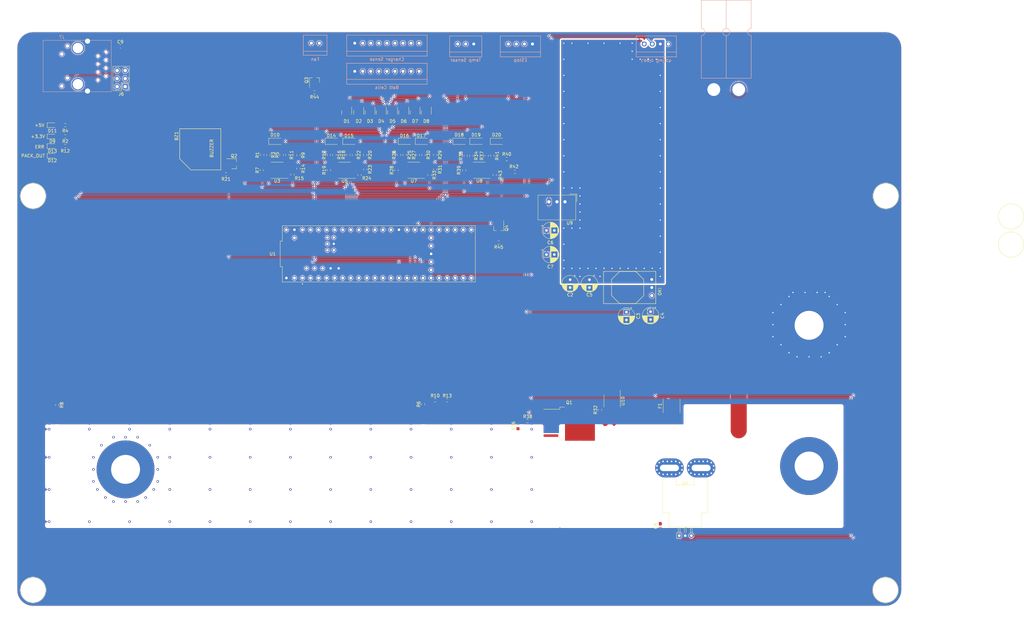
<source format=kicad_pcb>
(kicad_pcb (version 20211014) (generator pcbnew)
  (layers (0 "F.Cu" signal) (31 "B.Cu" signal) (34 "B.Paste" user) (35 "F.Paste" user) (36 "B.SilkS" user "B.Silkscreen") (37 "F.SilkS" user "F.Silkscreen") (38 "B.Mask" user) (39 "F.Mask" user) (44 "Edge.Cuts" user))
  (net 0 "")
  (net 1 "+5V")
  (net 2 "Net-(BZ1-Pad2)")
  (net 3 "Net-(C2-Pad1)")
  (net 4 "GND")
  (net 5 "+3.3V")
  (net 6 "Net-(C8-Pad1)")
  (net 7 "cell8")
  (net 8 "cell7")
  (net 9 "call6")
  (net 10 "cell5")
  (net 11 "cell4")
  (net 12 "cell3")
  (net 13 "cell2")
  (net 14 "cell1")
  (net 15 "Net-(D9-Pad2)")
  (net 16 "Net-(D11-Pad2)")
  (net 17 "Net-(D12-Pad2)")
  (net 18 "Net-(D13-Pad2)")
  (net 19 "Net-(F1-Pad2)")
  (net 20 "Net-(J3-Pad1)")
  (net 21 "GATE")
  (net 22 "Net-(J3-Pad3)")
  (net 23 "Net-(J4-Pad2)")
  (net 24 "Net-(Q1-Pad1)")
  (net 25 "PACK_OUT")
  (net 26 "Net-(Q2-Pad2)")
  (net 27 "Net-(R1-Pad1)")
  (net 28 "Net-(R5-Pad2)")
  (net 29 "Net-(R10-Pad1)")
  (net 30 "Cell8-SENSE")
  (net 31 "Net-(R11-Pad2)")
  (net 32 "Net-(R10-Pad2)")
  (net 33 "ERR_LED")
  (net 34 "Net-(R14-Pad2)")
  (net 35 "Cell7-SENSE")
  (net 36 "Net-(R16-Pad1)")
  (net 37 "Net-(R18-Pad2)")
  (net 38 "Cell6-SENSE")
  (net 39 "Net-(R20-Pad1)")
  (net 40 "Net-(R23-Pad2)")
  (net 41 "Cell5-SENSE")
  (net 42 "Net-(R25-Pad1)")
  (net 43 "Net-(R27-Pad2)")
  (net 44 "Cell4-SENSE")
  (net 45 "Net-(R29-Pad1)")
  (net 46 "Net-(R31-Pad2)")
  (net 47 "Cell3-SENSE")
  (net 48 "Net-(R34-Pad1)")
  (net 49 "Net-(R37-Pad2)")
  (net 50 "Cell2-SENSE")
  (net 51 "Net-(R40-Pad1)")
  (net 52 "Net-(R42-Pad2)")
  (net 53 "Cell1-SENSE")
  (net 58 "unconnected-(U1-Pad3.3V_1)")
  (net 71 "CURRENT_SENSE")
  (net 82 "LOGIC_SWITCH")
  (net 92 "Net-(Conn1-Pad2)")
  (net 96 "Net-(C9-Pad1)")
  (net 98 "Net-(C9-Pad2)")
  (net 99 "/Tx+")
  (net 101 "/Tx-")
  (net 102 "Net-(J6-Pad4)")
  (net 103 "Net-(J5-Pad1)")
  (net 104 "Net-(Q3-Pad2)")
  (net 105 "Net-(Q4-Pad1)")
  (net 106 "/Rx-")
  (net 107 "/Rx+")
  (footprint "MRDT_Devices:OKI_Horizontal" (layer "F.Cu") (at 258.916898 92.419898 -90)
    (fp_text reference "U6" hide)
    (fp_text value "OKI")
  )
  (footprint "Resistor_SMD:R_0603_1608Metric_Pad0.98x0.95mm_HandSolder" (layer "F.Cu") (at 213.106 54.356)
    (fp_text reference "R40")
    (fp_text value "32k")
  )
  (footprint "MRDT_Drill_Holes:4_40_Hole_Corner" (layer "F.Cu") (at 328.73188 194.50812)
    (fp_text reference "H1" hide)
    (fp_text value "MountingHole" hide)
  )
  (footprint "Package_TO_SOT_SMD:SOT-23" (layer "F.Cu") (at 173.482 39.624 -90)
    (fp_text reference "D4")
    (fp_text value "D_Zener")
  )
  (footprint "Resistor_SMD:R_0603_1608Metric_Pad0.98x0.95mm_HandSolder" (layer "F.Cu") (at 199.644 57.912 -90)
    (fp_text reference "R39")
    (fp_text value "32k")
  )
  (footprint "MRDT_Drill_Holes:BATT_PWR_VIA" (layer "F.Cu") (at 308.61 106.897898)
    (fp_text reference "V1" hide)
    (fp_text value "BATT_GND_VIA" hide)
  )
  (footprint "Package_TO_SOT_SMD:SOT-23" (layer "F.Cu") (at 177.038 39.624 -90)
    (fp_text reference "D5")
    (fp_text value "D_Zener")
  )
  (footprint "Fuse:Fuse_2920_7451Metric_Pad2.10x5.45mm_HandSolder" (layer "F.Cu") (at 265.176 132.334 90)
    (fp_text reference "F1")
    (fp_text value "Polyfuse")
  )
  (footprint "MRDT_Devices:BUZZER_SMI_1324_TW_5V_2_R" (layer "F.Cu") (at 116.308 44.808 -90)
    (fp_text reference "BZ1")
    (fp_text value "Buzzer")
  )
  (footprint "Resistor_SMD:R_0603_1608Metric_Pad0.98x0.95mm_HandSolder" (layer "F.Cu") (at 206.756 53.34 -90)
    (fp_text reference "R37")
    (fp_text value "40k")
  )
  (footprint "Resistor_SMD:R_0603_1608Metric_Pad0.98x0.95mm_HandSolder" (layer "F.Cu") (at 73.66 43.688)
    (fp_text reference "R4")
    (fp_text value "300")
  )
  (footprint "MRDT_Shields:Teensy_4_1" (layer "F.Cu") (at 172.72 84.328)
    (fp_text reference "U1")
    (fp_text value "Teensy4.1_DEV-16771")
  )
  (footprint "Capacitor_SMD:C_0603_1608Metric_Pad1.08x0.95mm_HandSolder" (layer "F.Cu") (at 261.62 170.434 -90)
    (fp_text reference "C8")
    (fp_text value "10uF")
  )
  (footprint "Resistor_SMD:R_0603_1608Metric_Pad0.98x0.95mm_HandSolder" (layer "F.Cu") (at 156.972 57.912 -90)
    (fp_text reference "R19")
    (fp_text value "32k")
  )
  (footprint "LED_SMD:LED_0603_1608Metric_Pad1.05x0.95mm_HandSolder" (layer "F.Cu") (at 69.596 50.292)
    (fp_text reference "D13")
    (fp_text value "ERR")
  )
  (footprint "Package_SO:SO-8_3.9x4.9mm_P1.27mm" (layer "F.Cu") (at 140.59 57.912 180)
    (fp_text reference "U3")
    (fp_text value "Opamp_Dual")
  )
  (footprint "Diode_SMD:D_SOD-123" (layer "F.Cu") (at 181.102 48.768)
    (fp_text reference "D16")
    (fp_text value "D_Schottky")
  )
  (footprint "MRDT_Drill_Holes:4_40_Hole" (layer "F.Cu") (at 332.867 66.04)
    (fp_text reference "H6" hide)
    (fp_text value "MountingHole" hide)
  )
  (footprint "LED_SMD:LED_0603_1608Metric_Pad1.05x0.95mm_HandSolder" (layer "F.Cu") (at 69.596 43.688)
    (fp_text reference "D11")
    (fp_text value "5V")
  )
  (footprint "Resistor_SMD:R_0603_1608Metric_Pad0.98x0.95mm_HandSolder" (layer "F.Cu") (at 185.0625 53.086 -90)
    (fp_text reference "R27")
    (fp_text value "40k")
  )
  (footprint "Resistor_SMD:R_0603_1608Metric_Pad0.98x0.95mm_HandSolder" (layer "F.Cu") (at 179.07 53.086 -90)
    (fp_text reference "R26")
    (fp_text value "40k")
  )
  (footprint "Sensor_Current:Allegro_CB_PFF" (layer "F.Cu") (at 267.594 173.332898)
    (fp_text reference "U4")
    (fp_text value "ACS758xCB-200B-PFF")
  )
  (footprint "MRDT_Drill_Holes:BATT_PWR_VIA" (layer "F.Cu") (at 308.61 151.347898)
    (fp_text reference "V2" hide)
    (fp_text value "BATT_PWR_VIA" hide)
  )
  (footprint "MRDT_Drill_Holes:4_40_Hole_Corner" (layer "F.Cu") (at 368.402198 85.423598)
    (fp_text reference "H2" hide)
    (fp_text value "MountingHole" hide)
  )
  (footprint "Package_TO_SOT_SMD:SOT-23" (layer "F.Cu") (at 166.37 39.624 -90)
    (fp_text reference "D2")
    (fp_text value "D_Zener")
  )
  (footprint "Resistor_SMD:R_0603_1608Metric_Pad0.98x0.95mm_HandSolder" (layer "F.Cu") (at 190.5 57.658 -90)
    (fp_text reference "R31")
    (fp_text value "40k")
  )
  (footprint "Resistor_SMD:R_0603_1608Metric_Pad0.98x0.95mm_HandSolder" (layer "F.Cu") (at 190.5 130.556)
    (fp_text reference "R10")
    (fp_text value "10k")
  )
  (footprint "Package_SO:SO-8_3.9x4.9mm_P1.27mm" (layer "F.Cu") (at 161.89 57.912 180)
    (fp_text reference "U5")
    (fp_text value "Opamp_Dual")
  )
  (footprint "Resistor_SMD:R_0603_1608Metric_Pad0.98x0.95mm_HandSolder" (layer "F.Cu") (at 143.764 53.086 -90)
    (fp_text reference "R11")
    (fp_text value "40k")
  )
  (footprint "Resistor_SMD:R_0603_1608Metric_Pad0.98x0.95mm_HandSolder" (layer "F.Cu") (at 137.794 53.086 -90)
    (fp_text reference "R3")
    (fp_text value "40k")
  )
  (footprint "Resistor_SMD:R_0603_1608Metric_Pad0.98x0.95mm_HandSolder" (layer "F.Cu") (at 242.57 133.604 90)
    (fp_text reference "R32")
    (fp_text value "10k")
  )
  (footprint "Resistor_SMD:R_0603_1608Metric_Pad0.98x0.95mm_HandSolder" (layer "F.Cu") (at 219.71 137.16)
    (fp_text reference "R38")
    (fp_text value "10k")
  )
  (footprint "Diode_SMD:D_SOD-123" (layer "F.Cu") (at 186.436 48.768)
    (fp_text reference "D17")
    (fp_text value "D_Schottky")
  )
  (footprint "Resistor_SMD:R_0603_1608Metric_Pad0.98x0.95mm_HandSolder" (layer "F.Cu") (at 73.66 47.244)
    (fp_text reference "R2")
    (fp_text value "100")
  )
  (footprint "MRDT_Actives:IRLS3034_TO-263-7_P" (layer "F.Cu") (at 226.495 134.112)
    (fp_text reference "Q1")
    (fp_text value "Q_NMOS_GDS")
  )
  (footprint "Resistor_SMD:R_0603_1608Metric_Pad0.98x0.95mm_HandSolder" (layer "F.Cu") (at 186.8405 53.086 -90)
    (fp_text reference "R30")
    (fp_text value "40k")
  )
  (footprint "Resistor_SMD:R_0603_1608Metric_Pad0.98x0.95mm_HandSolder" (layer "F.Cu") (at 124.436 59.182)
    (fp_text reference "R21")
    (fp_text value "4.7k")
  )
  (footprint "Resistor_SMD:R_0603_1608Metric_Pad0.98x0.95mm_HandSolder" (layer "F.Cu") (at 158.693 53.086 90)
    (fp_text reference "R16")
    (fp_text value "32k")
  )
  (footprint "Resistor_SMD:R_0603_1608Metric_Pad0.98x0.95mm_HandSolder" (layer "F.Cu") (at 186.69 131.826 -90)
    (fp_text reference "R6")
    (fp_text value "100K")
  )
  (footprint "Package_TO_SOT_SMD:SOT-23" (layer "F.Cu") (at 162.56 39.624 -90)
    (fp_text reference "D1")
    (fp_text value "D_Zener")
  )
  (footprint "Resistor_SMD:R_0603_1608Metric_Pad0.98x0.95mm_HandSolder" (layer "F.Cu") (at 164.846 53.086 -90)
    (fp_text reference "R22")
    (fp_text value "40k")
  )
  (footprint "Package_TO_SOT_SMD:SOT-23" (layer "F.Cu") (at 180.594 39.624 -90)
    (fp_text reference "D6")
    (fp_text value "D_Zener")
  )
  (footprint "Resistor_SMD:R_0603_1608Metric_Pad0.98x0.95mm_HandSolder" (layer "F.Cu") (at 180.848 53.086 90)
    (fp_text reference "R25")
    (fp_text value "32k")
  )
  (footprint "Capacitor_THT:CP_Radial_D5.0mm_P2.50mm" (layer "F.Cu") (at 250.915898 102.709672 -90)
    (fp_text reference "C3")
    (fp_text value "1uF")
  )
  (footprint "Resistor_SMD:R_0603_1608Metric_Pad0.98x0.95mm_HandSolder" (layer "F.Cu") (at 73.66 50.292)
    (fp_text reference "R12")
    (fp_text value "100")
  )
  (footprint "Resistor_SMD:R_0603_1608Metric_Pad0.98x0.95mm_HandSolder" (layer "F.Cu") (at 145.416 59.2855 -90)
    (fp_text reference "R15")
    (fp_text value "32k")
  )
  (footprint "LED_SMD:LED_0603_1608Metric_Pad1.05x0.95mm_HandSolder" (layer "F.Cu") (at 69.596 47.244)
    (fp_text reference "D9")
    (fp_text value "3V3")
  )
  (footprint "Capacitor_THT:CP_Radial_D5.0mm_P2.50mm" (layer "F.Cu") (at 233.135898 92.484786 -90)
    (fp_text reference "C2")
    (fp_text value "22uF")
  )
  (footprint "Resistor_SMD:R_0603_1608Metric_Pad0.98x0.95mm_HandSolder" (layer "F.Cu") (at 194.31 130.556)
    (fp_text reference "R13")
    (fp_text value "820")
  )
  (footprint "Resistor_SMD:R_0603_1608Metric_Pad0.98x0.95mm_HandSolder" (layer "F.Cu") (at 152.4 33.274)
    (fp_text reference "R44")
    (fp_text value "4.7k")
  )
  (footprint "Resistor_SMD:R_0603_1608Metric_Pad0.98x0.95mm_HandSolder" (layer "F.Cu") (at 71.12 132.08 -90)
    (fp_text reference "R8")
    (fp_text value "3k")
  )
  (footprint "Resistor_SMD:R_0603_1608Metric_Pad0.98x0.95mm_HandSolder" (layer "F.Cu") (at 135.89 53.086 90)
    (fp_text reference "R1")
    (fp_text value "32k")
  )
  (footprint "Capacitor_SMD:C_0603_1608Metric_Pad1.08x0.95mm_HandSolder" (layer "F.Cu") (at 91.066 18.796)
    (fp_text reference "C9")
    (fp_text value "0.1uF")
  )
  (footprint "Resistor_SMD:R_0603_1608Metric_Pad0.98x0.95mm_HandSolder" (layer "F.Cu") (at 210.566 80.772 180)
    (fp_text reference "R45")
    (fp_text value "4.7k")
  )
  (footprint "Resistor_SMD:R_0603_1608Metric_Pad0.98x0.95mm_HandSolder" (layer "F.Cu") (at 163.068 53.086 -90)
    (fp_text reference "R18")
    (fp_text value "40k")
  )
  (footprint "Resistor_SMD:R_0603_1608Metric_Pad0.98x0.95mm_HandSolder" (layer "F.Cu") (at 147.32 53.1895 90)
    (fp_text reference "R9")
    (fp_text value "32k")
  )
  (footprint "Connector_PinHeader_2.54mm:PinHeader_2x03_P2.54mm_Vertical" (layer "F.Cu") (at 92.59 31.496 180)
    (fp_text reference "J6")
    (fp_text value "Conn_02x03_Counter_Clockwise")
  )
  (footprint "MRDT_Drill_Holes:4_40_Hole_Corner" (layer "F.Cu") (at 368.402198 76.533598)
    (fp_text reference "H3" hide)
    (fp_text value "MountingHole" hide)
  )
  (footprint "Package_TO_SOT_SMD:SOT-23" (layer "F.Cu") (at 184.15 39.624 -90)
    (fp_text reference "D7")
    (fp_text value "D_Zener")
  )
  (footprint "Diode_SMD:D_SOD-123" (layer "F.Cu") (at 157.988 48.768)
    (fp_text reference "D14")
    (fp_text value "D_Schottky")
  )
  (footprint "Resistor_SMD:R_0603_1608Metric_Pad0.98x0.95mm_HandSolder" (layer "F.Cu") (at 200.152 53.34 -90)
    (fp_text reference "R35")
    (fp_text value "40k")
  )
  (footprint "Resistor_SMD:R_0603_1608Metric_Pad0.98x0.95mm_HandSolder" (layer "F.Cu") (at 168.402 53.086 90)
    (fp_text reference "R20")
    (fp_text value "32k")
  )
  (footprint "Package_SO:SO-8_3.9x4.9mm_P1.27mm" (layer "F.Cu") (at 204.47 57.912 180)
    (fp_text reference "U8")
    (fp_text value "Opamp_Dual")
  )
  (footprint "Diode_SMD:D_SOD-123" (layer "F.Cu") (at 140.208 48.768)
    (fp_text reference "D10")
    (fp_text value "D_Schottky")
  )
  (footprint "Resistor_SMD:R_0603_1608Metric_Pad0.98x0.95mm_HandSolder" (layer "F.Cu") (at 190.5 53.086 90)
    (fp_text reference "R29")
    (fp_text value "32k")
  )
  (footprint "Resistor_SMD:R_0603_1608Metric_Pad0.98x0.95mm_HandSolder" (layer "F.Cu") (at 201.93 53.34 90)
    (fp_text reference "R34")
    (fp_text value "32k")
  )
  (footprint "MRDT_Drill_Holes:BATT_PWR_VIA" (layer "F.Cu") (at 92.71 152.4)
    (fp_text reference "V3" hide)
    (fp_text value "BMS_OUT_VIA" hide)
  )
  (footprint "Package_SO:SO-8_3.9x4.9mm_P1.27mm" (layer "F.Cu") (at 183.769 57.912 180)
    (fp_text reference "U7")
    (fp_text value "Opamp_Dual")
  )
  (footprint "Package_SO:SO-8_3.9x4.9mm_P1.27mm" (layer "F.Cu") (at 246.38 130.81 -90)
    (fp_text reference "U10")
    (fp_text value "LT1910")
  )
  (footprint "MRDT_Drill_Holes:4_40_Hole" (layer "F.Cu") (at 63.5 190.5)
    (fp_text reference "H5" hide)
    (fp_text value "MountingHole" hide)
  )
  (footprint "Diode_SMD:D_SOD-123" (layer "F.Cu") (at 203.708 48.768)
    (fp_text reference "D19")
    (fp_text value "D_Schottky")
  )
  (footprint "Package_TO_SOT_SMD:SOT-23_Handsoldering" (layer "F.Cu") (at 210.566 76.2 -90)
    (fp_text reference "Q4")
    (fp_text value "Q_NMOS_DGS")
  )
  (footprint "Converter_DCDC:Converter_DCDC_TRACO_TSR-1_THT" (layer "F.Cu") (at 231.504398 67.877398 180)
    (fp_text reference "U9")
    (fp_text value "TSR_1-2450")
  )
  (footprint "Package_TO_SOT_SMD:SOT-23_Handsoldering" (layer "F.Cu") (at 152.4 29.464 90)
    (fp_text reference "Q3")
    (fp_text value "Q_NMOS_DGS")
  )
  (footprint "Resistor_SMD:R_0603_1608Metric_Pad0.98x0.95mm_HandSolder" (layer "F.Cu") (at 188.722 59.436 -90)
    (fp_text reference "R33")
    (fp_text value "32k")
  )
  (footprint "Diode_SMD:D_SOD-123" (layer "F.Cu") (at 210.185 48.768)
    (fp_text reference "D20")
    (fp_text value "D_Schottky")
  )
  (footprint "LED_SMD:LED_0603_1608Metric_Pad1.05x0.95mm_HandSolder" (layer "F.Cu") (at 69.596 53.34)
    (fp_text reference "D12")
    (fp_text value "PACK_OUT")
  )
  (footprint "Resistor_SMD:R_0603_1608Metric_Pad0.98x0.95mm_HandSolder" (layer "F.Cu") (at 141.986 53.086 -90)
    (fp_text reference "R5")
    (fp_text value "40k")
  )
  (footprint "Resistor_SMD:R_0603_1608Metric_Pad0.98x0.95mm_HandSolder" (layer "F.Cu") (at 215.646 58.42 180)
    (fp_text reference "R42")
    (fp_text value "40k")
  )
  (footprint "Capacitor_THT:CP_Radial_D5.0mm_P2.50mm" (layer "F.Cu") (at 225.645672 84.545898)
    (fp_text reference "C7")
    (fp_text value "10uF")
  )
  (footprint "MRDT_Drill_Holes:4_40_Hole_Corner" (layer "F.Cu") (at 59.49188 70.04812)
    (fp_text reference "H4" hide)
    (fp_text value "MountingHole" hide)
  )
  (footprint "Package_TO_SOT_SMD:SOT-23" (layer "F.Cu") (at 169.926 39.624 -90)
    (fp_text reference "D3")
    (fp_text value "D_Zener")
  )
  (footprint "Package_TO_SOT_SMD:SOT-23_Handsoldering" (layer "F.Cu") (at 126.976 55.88)
    (fp_text reference "Q2")
    (fp_text value "Q_NMOS_DGS")
  )
  (footprint "Resistor_SMD:R_0603_1608Metric_Pad0.98x0.95mm_HandSolder" (layer "F.Cu") (at 168.402 57.658 -90)
    (fp_text reference "R23")
    (fp_text value "40k")
  )
  (footprint "Capacitor_THT:CP_Radial_D5.0mm_P2.50mm" (layer "F.Cu") (at 225.645672 76.925898)
    (fp_text reference "C6")
    (fp_text value "1uF")
  )
  (footprint "Capacitor_THT:CP_Radial_D5.0mm_P2.50mm" (layer "F.Cu") (at 239.231898 92.484786 -90)
    (fp_text reference "C5")
    (fp_text value "22uF")
  )
  (footprint "Resistor_SMD:R_0603_1608Metric_Pad0.98x0.95mm_HandSolder" (layer "F.Cu") (at 135.764 57.912 -90)
    (fp_text reference "R7")
    (fp_text value "32k")
  )
  (footprint "Resistor_SMD:R_0603_1608Metric_Pad0.98x0.95mm_HandSolder" (layer "F.Cu") (at 209.296 59.436 -90)
    (fp_text reference "R43")
    (fp_text value "32k")
  )
  (footprint "Resistor_SMD:R_0603_1608Metric_Pad0.98x0.95mm_HandSolder" (layer "F.Cu") (at 166.624 59.436 -90)
    (fp_text reference "R24")
    (fp_text value "32k")
  )
  (footprint "Resistor_SMD:R_0603_1608Metric_Pad0.98x0.95mm_HandSolder" (layer "F.Cu") (at 147.32 57.404 -90)
    (fp_text reference "R14")
    (fp_text value "40k")
  )
  (footprint "Diode_SMD:D_SOD-123" (layer "F.Cu") (at 163.576 48.768)
    (fp_text reference "D15")
    (fp_text value "D_Schottky")
  )
  (footprint "Diode_SMD:D_SOD-123" (layer "F.Cu") (at 198.374 48.768)
    (fp_text reference "D18")
    (fp_text value "D_Schottky")
  )
  (footprint "Resistor_SMD:R_0603_1608Metric_Pad0.98x0.95mm_HandSolder" (layer "F.Cu") (at 208.534 53.34 -90)
    (fp_text reference "R41")
    (fp_text value "40k")
  )
  (footprint "Resistor_SMD:R_0603_1608Metric_Pad0.98x0.95mm_HandSolder" (layer "F.Cu") (at 178.308 57.912 -90)
    (fp_text reference "R28")
    (fp_text value "32k")
  )
  (footprint "Capacitor_THT:CP_Radial_D5.0mm_P2.50mm" (layer "F.Cu") (at 258.535898 102.579898 -90)
    (fp_text reference "C4")
    (fp_text value "10uF")
  )
  (footprint "Package_TO_SOT_SMD:SOT-23" (layer "F.Cu") (at 187.706 39.624 -90)
    (fp_text reference "D8")
    (fp_text value "D_Zener")
  )
  (footprint "Resistor_SMD:R_0603_1608Metric_Pad0.98x0.95mm_HandSolder" (layer "F.Cu") (at 156.915 53.086 -90)
    (fp_text reference "R17")
    (fp_text value "40k")
  )
  (footprint "Resistor_SMD:R_0603_1608Metric_Pad0.98x0.95mm_HandSolder" (layer "F.Cu") (at 216.662 138.647898 90)
    (fp_text reference "R36")
    (fp_text value "4k")
  )
  (footprint "MRDT_Connectors:MOLEX_SL_03_Vertical" (layer "B.Cu") (at 197.612 18.034)
    (fp_text reference "J4" hide)
    (fp_text value "Conn_01x03")
  )
  (footprint "MRDT_Connectors:MOLEX_SL_04_Vertical" (layer "B.Cu") (at 256.54 18.034)
    (fp_text reference "U2" hide)
    (fp_text value "BMS_Logic_Switch")
  )
  (footprint "MRDT_Connectors:MOLEX_SL_09_Vertical" (layer "B.Cu") (at 165.1 26.67)
    (fp_text reference "J2" hide)
    (fp_text value "Conn_01x09")
  )
  (footprint "MRDT_Connectors:RJ45_Teensy" (layer "B.Cu") (at 64.65 24.892 90)
    (fp_text reference "J7")
    (fp_text value "RJ45_LED_Shielded")
  )
  (footprint "MRDT_Connectors:MOLEX_SL_09_Vertical" (layer "B.Cu") (at 165.1 17.78)
    (fp_text reference "J1" hide)
    (fp_text value "Conn_01x09")
  )
  (footprint "MRDT_Connectors:MOLEX_SL_04_Vertical" (layer "B.Cu") (at 213.614 18.034)
    (fp_text reference "J3" hide)
    (fp_text value "Conn_01x04")
  )
  (footprint "MRDT_Connectors:Anderson_2_Horizontal_Side_by_Side" (layer "B.Cu") (at 278.511 32.4098 -90)
    (fp_text reference "Conn1" hide)
    (fp_text value "AndersonPP")
  )
  (footprint "MRDT_Connectors:MOLEX_SL_02_Vertical" (layer "B.Cu") (at 151.384 17.78)
    (fp_text reference "J5" hide)
    (fp_text value "Conn_01x02")
  )
  (gr_line (start 58.42 19.304) (end 58.42 28.448) (layer "Edge.Cuts") (width 0.05))
  (gr_line (start 332.74 14.224) (end 63.5 14.224) (layer "Edge.Cuts") (width 0.05))
  (gr_line (start 58.42 190.5) (end 58.42 28.448) (layer "Edge.Cuts") (width 0.05))
  (gr_arc (start 337.82 190.5) (mid 336.332102 194.092102) (end 332.74 195.58) (layer "Edge.Cuts") (width 0.05))
  (gr_line (start 337.82 19.304) (end 337.82 22.352) (layer "Edge.Cuts") (width 0.05))
  (gr_arc (start 58.42 19.304) (mid 59.907898 15.711898) (end 63.5 14.224) (layer "Edge.Cuts") (width 0.05))
  (gr_line (start 63.5 195.58) (end 332.74 195.58) (layer "Edge.Cuts") (width 0.05))
  (gr_arc (start 63.5 195.58) (mid 59.907898 194.092102) (end 58.42 190.5) (layer "Edge.Cuts") (width 0.05))
  (gr_line (start 337.82 33.528) (end 337.82 22.352) (layer "Edge.Cuts") (width 0.05))
  (gr_line (start 337.82 190.5) (end 337.82 33.528) (layer "Edge.Cuts") (width 0.05))
  (gr_arc (start 332.74 14.224) (mid 336.332102 15.711898) (end 337.82 19.304) (layer "Edge.Cuts") (width 0.05))
  (gr_text "+3.3V" (at 65.024 47.244) (layer "F.SilkS") (effects (font (size 1 1))))
  (gr_text "+5V" (at 65.532 43.688) (layer "F.SilkS") (effects (font (size 1 1))))
  (gr_text "PACK_OUT" (at 63.5 53.34) (layer "F.SilkS") (effects (font (size 1 1))))
  (gr_text "ERR\n" (at 65.532 50.546) (layer "F.SilkS") (effects (font (size 1 1))))
  (via (at 101.6 158.75) (size 0.8) (drill 0.4) (layers "F.Cu" "B.Cu") (net 0))
  (via (at 119.38 158.75) (size 0.8) (drill 0.4) (layers "F.Cu" "B.Cu") (net 0))
  (via (at 68.58 139.7) (size 0.8) (drill 0.4) (layers "F.Cu" "B.Cu") (net 0))
  (via (at 68.58 148.59) (size 0.8) (drill 0.4) (layers "F.Cu" "B.Cu") (net 0))
  (via (at 102.87 148.59) (size 0.8) (drill 0.4) (layers "F.Cu" "B.Cu") (net 0))
  (via (at 83.82 158.75) (size 0.8) (drill 0.4) (layers "F.Cu" "B.Cu") (net 0))
  (via (at 119.38 148.59) (size 0.8) (drill 0.4) (layers "F.Cu" "B.Cu") (net 0))
  (via (at 157.48 139.7) (size 0.8) (drill 0.4) (layers "F.Cu" "B.Cu") (net 0))
  (via (at 208.28 158.75) (size 0.8) (drill 0.4) (layers "F.Cu" "B.Cu") (net 0))
  (via (at 157.48 158.75) (size 0.8) (drill 0.4) (layers "F.Cu" "B.Cu") (net 0))
  (via (at 182.88 158.75) (size 0.8) (drill 0.4) (layers "F.Cu" "B.Cu") (net 0))
  (via (at 144.78 158.75) (size 0.8) (drill 0.4) (layers "F.Cu" "B.Cu") (net 0))
  (via (at 85.09 144.78) (size 0.8) (drill 0.4) (layers "F.Cu" "B.Cu") (net 0))
  (via (at 170.18 168.91) (size 0.8) (drill 0.4) (layers "F.Cu" "B.Cu") (net 0))
  (via (at 102.87 152.4) (size 0.8) (drill 0.4) (layers "F.Cu" "B.Cu") (net 0))
  (via (at 82.55 156.21) (size 0.8) (drill 0.4) (layers "F.Cu" "B.Cu") (net 0))
  (via (at 100.33 144.78) (size 0.8) (drill 0.4) (layers "F.Cu" "B.Cu") (net 0))
  (via (at 208.28 139.7) (size 0.8) (drill 0.4) (layers "F.Cu" "B.Cu") (net 0))
  (via (at 182.88 139.7) (size 0.8) (drill 0.4) (layers "F.Cu" "B.Cu") (net 0))
  (via (at 68.58 168.91) (size 0.8) (drill 0.4) (layers "F.Cu" "B.Cu") (net 0))
  (via (at 88.9 142.24) (size 0.8) (drill 0.4) (layers "F.Cu" "B.Cu") (net 0))
  (via (at 93.98 139.7) (size 0.8) (drill 0.4) (layers "F.Cu" "B.Cu") (net 0))
  (via (at 157.48 148.59) (size 0.8) (drill 0.4) (layers "F.Cu" "B.Cu") (net 0))
  (via (at 208.28 168.91) (size 0.8) (drill 0.4) (layers "F.Cu" "B.Cu") (net 0))
  (via (at 170.18 158.75) (size 0.8) (drill 0.4) (layers "F.Cu" "B.Cu") (net 0))
  (via (at 220.98 158.75) (size 0.8) (drill 0.4) (layers "F.Cu" "B.Cu") (net 0))
  (via (at 182.88 168.91) (size 0.8) (drill 0.4) (layers "F.Cu" "B.Cu") (net 0))
  (via (at 99.06 161.29) (size 0.8) (drill 0.4) (layers "F.Cu" "B.Cu") (net 0))
  (via (at 119.38 168.91) (size 0.8) (drill 0.4) (layers "F.Cu" "B.Cu") (net 0))
  (via (at 82.55 152.4) (size 0.8) (drill 0.4) (layers "F.Cu" "B.Cu") (net 0))
  (via (at 195.58 168.91) (size 0.8) (drill 0.4) (layers "F.Cu" "B.Cu") (net 0))
  (via (at 182.88 148.59) (size 0.8) (drill 0.4) (layers "F.Cu" "B.Cu") (net 0))
  (via (at 81.28 139.7) (size 0.8) (drill 0.4) (layers "F.Cu" "B.Cu") (net 0))
  (via (at 82.55 148.59) (size 0.8) (drill 0.4) (layers "F.Cu" "B.Cu") (net 0))
  (via (at 220.98 148.59) (size 0.8) (drill 0.4) (layers "F.Cu" "B.Cu") (net 0))
  (via (at 88.9 162.56) (size 0.8) (drill 0.4) (layers "F.Cu" "B.Cu") (net 0))
  (via (at 106.68 148.59) (size 0.8) (drill 0.4) (layers "F.Cu" "B.Cu") (net 0))
  (via (at 144.78 139.7) (size 0.8) (drill 0.4) (layers "F.Cu" "B.Cu") (net 0))
  (via (at 92.71 142.24) (size 0.8) (drill 0.4) (layers "F.Cu" "B.Cu") (net 0))
  (via (at 81.28 168.91) (size 0.8) (drill 0.4) (layers "F.Cu" "B.Cu") (net 0))
  (via (at 220.98 139.7) (size 0.8) (drill 0.4) (layers "F.Cu" "B.Cu") (net 0))
  (via (at 96.52 162.56) (size 0.8) (drill 0.4) (layers "F.Cu" "B.Cu") (net 0))
  (via (at 144.78 148.59) (size 0.8) (drill 0.4) (layers "F.Cu" "B.Cu") (net 0))
  (via (at 170.18 139.7) (size 0.8) (drill 0.4) (layers "F.Cu" "B.Cu") (net 0))
  (via (at 102.87 156.21) (size 0.8) (drill 0.4) (layers "F.Cu" "B.Cu") (net 0))
  (via (at 106.68 158.75) (size 0.8) (drill 0.4) (layers "F.Cu" "B.Cu") (net 0))
  (via (at 195.58 158.75) (size 0.8) (drill 0.4) (layers "F.Cu" "B.Cu") (net 0))
  (via (at 132.08 158.75) (size 0.8) (drill 0.4) (layers "F.Cu" "B.Cu") (net 0))
  (via (at 106.68 168.91) (size 0.8) (drill 0.4) (layers "F.Cu" "B.Cu") (net 0))
  (via (at 132.08 148.59) (size 0.8) (drill 0.4) (layers "F.Cu" "B.Cu") (net 0))
  (via (at 170.18 148.59) (size 0.8) (drill 0.4) (layers "F.Cu" "B.Cu") (net 0))
  (via (at 132.08 139.7) (size 0.8) (drill 0.4) (layers "F.Cu" "B.Cu") (net 0))
  (via (at 157.48 168.91) (size 0.8) (drill 0.4) (layers "F.Cu" "B.Cu") (net 0))
  (via (at 86.36 161.29) (size 0.8) (drill 0.4) (layers "F.Cu" "B.Cu") (net 0))
  (via (at 68.58 158.75) (size 0.8) (drill 0.4) (layers "F.Cu" "B.Cu") (net 0))
  (via (at 208.28 148.59) (size 0.8) (drill 0.4) (layers "F.Cu" "B.Cu") (net 0))
  (via (at 92.71 162.56) (size 0.8) (drill 0.4) (layers "F.Cu" "B.Cu") (net 0))
  (via (at 106.68 139.7) (size 0.8) (drill 0.4) (layers "F.Cu" "B.Cu") (net 0))
  (via (at 220.98 168.91) (size 0.8) (drill 0.4) (layers "F.Cu" "B.Cu") (net 0))
  (via (at 93.98 168.91) (size 0.8) (drill 0.4) (layers "F.Cu" "B.Cu") (net 0))
  (via (at 195.58 148.59) (size 0.8) (drill 0.4) (layers "F.Cu" "B.Cu") (net 0))
  (via (at 119.38 139.7) (size 0.8) (drill 0.4) (layers "F.Cu" "B.Cu") (net 0))
  (via (at 132.08 168.91) (size 0.8) (drill 0.4) (layers "F.Cu" "B.Cu") (net 0))
  (via (at 195.58 139.7) (size 0.8) (drill 0.4) (layers "F.Cu" "B.Cu") (net 0))
  (segment (start 78.610653 65.260947) (end 78.595947 65.260947) (width 0.254) (layer "F.Cu") (net 1))
  (segment (start 225.645672 76.925898) (end 225.645672 84.545898) (width 0.25) (layer "F.Cu") (net 1))
  (segment (start 127.05 45.008) (end 116.308 45.008) (width 0.25) (layer "F.Cu") (net 1))
  (segment (start 151.9665 65.2035) (end 151.9665 68.2515) (width 0.254) (layer "F.Cu") (net 1))
  (segment (start 225.645672 68.656124) (end 226.424398 67.877398) (width 0.25) (layer "F.Cu") (net 1))
  (segment (start 154.686 34.036) (end 154.686 26.67) (width 0.25) (layer "F.Cu") (net 1))
  (segment (start 137.922 59.91) (end 138.015 59.817) (width 0.25) (layer "F.Cu") (net 1))
  (segment (start 226.06 61.976) (end 226.568 61.468) (width 0.25) (layer "F.Cu") (net 1))
  (segment (start 154.686 26.67) (end 153.924 25.908) (width 0.25) (layer "F.Cu") (net 1))
  (segment (start 151.9665 61.8725) (end 151.9665 65.2035) (width 0.254) (layer "F.Cu") (net 1))
  (segment (start 151.9665 68.2515) (end 143.51 76.708) (width 0.254) (layer "F.Cu") (net 1))
  (segment (start 78.359 47.4745) (end 74.5725 43.688) (width 0.254) (layer "F.Cu") (net 1))
  (segment (start 226.424398 62.340398) (end 226.424398 67.877398) (width 0.25) (layer "F.Cu") (net 1))
  (segment (start 130.429 48.387) (end 127.05 45.008) (width 0.25) (layer "F.Cu") (net 1))
  (segment (start 201.676 61.722) (end 201.676 60.036) (width 0.25) (layer "F.Cu") (net 1))
  (segment (start 78.595947 65.260947) (end 78.359 65.024) (width 0.254) (layer "F.Cu") (net 1))
  (segment (start 226.06 61.976) (end 226.424398 62.340398) (width 0.25) (layer "F.Cu") (net 1))
  (segment (start 225.645672 76.925898) (end 225.645672 68.656124) (width 0.25) (layer "F.Cu") (net 1))
  (segment (start 159.315 59.817) (end 159.315 61.826) (width 0.25) (layer "F.Cu") (net 1))
  (segment (start 159.315 61.826) (end 159.3615 61.8725) (width 0.25) (layer "F.Cu") (net 1))
  (segment (start 137.922 61.976) (end 137.922 59.91) (width 0.25) (layer "F.Cu") (net 1))
  (segment (start 153.416 35.306) (end 154.686 34.036) (width 0.25) (layer "F.Cu") (net 1))
  (segment (start 180.9515 60.0595) (end 181.194 59.817) (width 0.25) (layer "F.Cu") (net 1))
  (segment (start 78.359 65.024) (end 78.359 47.4745) (width 0.254) (layer "F.Cu") (net 1))
  (segment (start 180.9515 61.8725) (end 180.9515 60.0595) (width 0.25) (layer "F.Cu") (net 1))
  (segment (start 153.4155 47.2445) (end 153.416 47.244) (width 0.25) (layer "F.Cu") (net 1))
  (segment (start 201.676 60.036) (end 201.895 59.817) (width 0.25) (layer "F.Cu") (net 1))
  (segment (start 130.429 61.976) (end 130.429 48.387) (width 0.25) (layer "F.Cu") (net 1))
  (segment (start 153.416 47.244) (end 153.416 35.306) (width 0.25) (layer "F.Cu") (net 1))
  (segment (start 153.4155 61.8725) (end 153.4155 47.2445) (width 0.25) (layer "F.Cu") (net 1))
  (segment (start 153.924 25.908) (end 153.924 17.78) (width 0.25) (layer "F.Cu") (net 1))
  (segment (start 226.568 61.468) (end 226.568 15.494) (width 0.25) (layer "F.Cu") (net 1))
  (segment (start 159.35 59.852) (end 159.315 59.817) (width 0.25) (layer "F.Cu") (net 1))
  (via (at 137.922 61.976) (size 0.8) (drill 0.4) (layers "F.Cu" "B.Cu") (net 1))
  (via (at 78.610653 65.260947) (size 0.8) (drill 0.4) (layers "F.Cu" "B.Cu") (net 1))
  (via (at 151.9665 61.8725) (size 0.8) (drill 0.4) (layers "F.Cu" "B.Cu") (net 1))
  (via (at 159.3615 61.8725) (size 0.8) (drill 0.4) (layers "F.Cu" "B.Cu") (net 1))
  (via (at 130.429 61.976) (size 0.8) (drill 0.4) (layers "F.Cu" "B.Cu") (net 1))
  (via (at 226.568 15.494) (size 0.8) (drill 0.4) (layers "F.Cu" "B.Cu") (net 1))
  (via (at 180.9515 61.8725) (size 0.8) (drill 0.4) (layers "F.Cu" "B.Cu") (net 1))
  (via (at 153.4155 61.8725) (size 0.8) (drill 0.4) (layers "F.Cu" "B.Cu") (net 1))
  (via (at 226.06 61.976) (size 0.8) (drill 0.4) (layers "F.Cu" "B.Cu") (net 1))
  (via (at 151.9665 65.2035) (size 0.8) (drill 0.4) (layers "F.Cu" "B.Cu") (net 1))
  (via (at 201.676 61.722) (size 0.8) (drill 0.4) (layers "F.Cu" "B.Cu") (net 1))
  (segment (start 78.901032 65.5505) (end 78.900206 65.5505) (width 0.254) (layer "B.Cu") (net 1))
  (segment (start 145.542 65.5505) (end 78.925039 65.5505) (width 0.254) (layer "B.Cu") (net 1))
  (segment (start 225.806 61.722) (end 226.06 61.976) (width 0.25) (layer "B.Cu") (net 1))
  (segment (start 201.5255 61.8725) (end 201.676 61.722) (width 0.25) (layer "B.Cu") (net 1))
  (segment (start 159.3615 61.8725) (end 154.0745 61.8725) (width 0.25) (layer "B.Cu") (net 1))
  (segment (start 201.676 61.722) (end 225.806 61.722) (width 0.25) (layer "B.Cu") (net 1))
  (segment (start 151.9665 65.2035) (end 151.6195 65.5505) (width 0.254) (layer "B.Cu") (net 1))
  (segment (start 198.9855 61.8725) (end 180.9515 61.8725) (width 0.25) (layer "B.Cu") (net 1))
  (segment (start 198.9855 61.8725) (end 201.5255 61.8725) (width 0.25) (layer "B.Cu") (net 1))
  (segment (start 226.568 15.494) (end 256.54 15.494) (width 0.25) (layer "B.Cu") (net 1))
  (segment (start 161.036 61.8725) (end 159.3615 61.8725) (width 0.25) (layer "B.Cu") (net 1))
  (segment (start 154.0745 61.8725) (end 141.732 61.8725) (width 0.25) (layer "B.Cu") (net 1))
  (segment (start 180.9515 61.8725) (end 180.34 61.8725) (width 0.25) (layer "B.Cu") (net 1))
  (segment (start 256.54 15.494) (end 259.08 18.034) (width 0.25) (layer "B.Cu") (net 1))
  (segment (start 151.6195 65.5505) (end 145.542 65.5505) (width 0.254) (layer "B.Cu") (net 1))
  (segment (start 180.34 61.8725) (end 161.036 61.8725) (width 0.25) (layer "B.Cu") (net 1))
  (segment (start 78.925039 65.5505) (end 78.901032 65.5505) (width 0.254) (layer "B.Cu") (net 1))
  (segment (start 78.900206 65.5505) (end 78.610653 65.260947) (width 0.254) (layer "B.Cu") (net 1))
  (segment (start 141.732 61.8725) (end 138.0255 61.8725) (width 0.25) (layer "B.Cu") (net 1))
  (segment (start 137.922 61.976) (end 130.429 61.976) (width 0.25) (layer "B.Cu") (net 1))
  (segment (start 138.0255 61.8725) (end 137.922 61.976) (width 0.25) (layer "B.Cu") (net 1))
  (segment (start 116.308 57.608) (end 122.798 57.608) (width 0.254) (layer "F.Cu") (net 2))
  (segment (start 122.798 57.608) (end 125.476 54.93) (width 0.254) (layer "F.Cu") (net 2))
  (via (at 252.73 22.86) (size 0.8) (drill 0.4) (layers "F.Cu" "B.Cu") (net 3))
  (via (at 231.14 86.36) (size 0.8) (drill 0.4) (layers "F.Cu" "B.Cu") (net 3))
  (via (at 259.08 88.9) (size 0.8) (drill 0.4) (layers "F.Cu" "B.Cu") (net 3))
  (via (at 236.22 73.66) (size 0.8) (drill 0.4) (layers "F.Cu" "B.Cu") (net 3))
  (via (at 257.81 22.86) (size 0.8) (drill 0.4) (layers "F.Cu" "B.Cu") (net 3))
  (via (at 261.62 91.44) (size 0.8) (drill 0.4) (layers "F.Cu" "B.Cu") (net 3))
  (via (at 261.62 48.26) (size 0.8) (drill 0.4) (layers "F.Cu" "B.Cu") (net 3))
  (via (at 236.22 71.12) (size 0.8) (drill 0.4) (layers "F.Cu" "B.Cu") (net 3))
  (via (at 231.14 58.42) (size 0.8) (drill 0.4) (layers "F.Cu" "B.Cu") (net 3))
  (via (at 231.14 88.9) (size 0.8) (drill 0.4) (layers "F.Cu" "B.Cu") (net 3))
  (via (at 233.68 76.2) (size 0.8) (drill 0.4) (layers "F.Cu" "B.Cu") (net 3))
  (via (at 261.62 63.5) (size 0.8) (drill 0.4) (layers "F.Cu" "B.Cu") (net 3))
  (via (at 261.62 43.18) (size 0.8) (drill 0.4) (layers "F.Cu" "B.Cu") (net 3))
  (via (at 261.62 73.66) (size 0.8) (drill 0.4) (layers "F.Cu" "B.Cu") (net 3))
  (via (at 231.14 63.5) (size 0.8) (drill 0.4) (layers "F.Cu" "B.Cu") (net 3))
  (via (at 256.54 88.9) (size 0.8) (drill 0.4) (layers "F.Cu" "B.Cu") (net 3))
  (via (at 246.38 88.9) (size 0.8) (drill 0.4) (layers "F.Cu" "B.Cu") (net 3))
  (via (at 231.14 53.34) (size 0.8) (drill 0.4) (layers "F.Cu" "B.Cu") (net 3))
  (via (at 238.76 17.78) (size 0.8) (drill 0.4) (layers "F.Cu" "B.Cu") (net 3))
  (via (at 231.14 81.28) (size 0.8) (drill 0.4) (layers "F.Cu" "B.Cu") (net 3))
  (via (at 261.62 38.1) (size 0.8) (drill 0.4) (layers "F.Cu" "B.Cu") (net 3))
  (via (at 243.84 88.9) (size 0.8) (drill 0.4) (layers "F.Cu" "B.Cu") (net 3))
  (via (at 261.62 58.42) (size 0.8) (drill 0.4) (layers "F.Cu" "B.Cu") (net 3))
  (via (at 261.62 27.94) (size 0.8) (drill 0.4) (layers "F.Cu" "B.Cu") (net 3))
  (via (at 233.68 88.9) (size 0.8) (drill 0.4) (layers "F.Cu" "B.Cu") (net 3))
  (via (at 242.57 91.44) (size 0.8) (drill 0.4) (layers "F.Cu" "B.Cu") (net 3))
  (via (at 241.3 88.9) (size 0.8) (drill 0.4) (layers "F.Cu" "B.Cu") (net 3))
  (via (at 231.14 76.2) (size 0.8) (drill 0.4) (layers "F.Cu" "B.Cu") (net 3))
  (via (at 248.92 88.9) (size 0.8) (drill 0.4) (layers "F.Cu" "B.Cu") (net 3))
  (via (at 231.14 38.1) (size 0.8) (drill 0.4) (layers "F.Cu" "B.Cu") (net 3))
  (via (at 236.22 68.58) (size 0.8) (drill 0.4) (layers "F.Cu" "B.Cu") (net 3))
  (via (at 236.22 63.5) (size 0.8) (drill 0.4) (layers "F.Cu" "B.Cu") (net 3))
  (via (at 261.62 88.9) (size 0.8) (drill 0.4) (layers "F.Cu" "B.Cu") (net 3))
  (via (at 243.84 17.78) (size 0.8) (drill 0.4) (layers "F.Cu" "B.Cu") (net 3))
  (via (at 231.14 33.02) (size 0.8) (drill 0.4) (layers "F.Cu" "B.Cu") (net 3))
  (via (at 261.62 53.34) (size 0.8) (drill 0.4) (layers "F.Cu" "B.Cu") (net 3))
  (via (at 233.68 17.78) (size 0.8) (drill 0.4) (layers "F.Cu" "B.Cu") (net 3))
  (via (at 231.14 22.86) (size 0.8) (drill 0.4) (layers "F.Cu" "B.Cu") (net 3))
  (via (at 231.14 48.26) (size 0.8) (drill 0.4) (layers "F.Cu" "B.Cu") (net 3))
  (via (at 236.22 88.9) (size 0.8) (drill 0.4) (layers "F.Cu" "B.Cu") (net 3))
  (via (at 261.62 78.74) (size 0.8) (drill 0.4) (layers "F.Cu" "B.Cu") (net 3))
  (via (at 261.62 68.58) (size 0.8) (drill 0.4) (layers "F.Cu" "B.Cu") (net 3))
  (via (at 255.27 22.86) (size 0.8) (drill 0.4) (layers "F.Cu" "B.Cu") (net 3))
  (via (at 252.73 17.78) (size 0.8) (drill 0.4) (layers "F.Cu" "B.Cu") (net 3))
  (via (at 236.22 91.44) (size 0.8) (drill 0.4) (layers "F.Cu" "B.Cu") (net 3))
  (via (at 231.14 43.18) (size 0.8) (drill 0.4) (layers "F.Cu" "B.Cu") (net 3))
  (via (at 251.46 88.9) (size 0.8) (drill 0.4) (layers "F.Cu" "B.Cu") (net 3))
  (via (at 238.76 88.9) (size 0.8) (drill 0.4) (layers "F.Cu" "B.Cu") (net 3))
  (via (at 231.14 27.94) (size 0.8) (drill 0.4) (layers "F.Cu" "B.Cu") (net 3))
  (via (at 261.62 83.82) (size 0.8) (drill 0.4) (layers "F.Cu" "B.Cu") (net 3))
  (via (at 236.22 66.04) (size 0.8) (drill 0.4) (layers "F.Cu" "B.Cu") (net 3))
  (via (at 260.35 22.86) (size 0.8) (drill 0.4) (layers "F.Cu" "B.Cu") (net 3))
  (via (at 261.62 33.02) (size 0.8) (drill 0.4) (layers "F.Cu" "B.Cu") (net 3))
  (via (at 236.22 76.2) (size 0.8) (drill 0.4) (layers "F.Cu" "B.Cu") (net 3))
  (via (at 233.68 63.5) (size 0.8) (drill 0.4) (layers "F.Cu" "B.Cu") (net 3))
  (via (at 254 88.9) (size 0.8) (drill 0.4) (layers "F.Cu" "B.Cu") (net 3))
  (via (at 231.14 17.78) (size 0.8) (drill 0.4) (layers "F.Cu" "B.Cu") (net 3))
  (via (at 248.92 17.78) (size 0.8) (drill 0.4) (layers "F.Cu" "B.Cu") (net 3))
  (via (at 252.73 20.32) (size 0.8) (drill 0.4) (layers "F.Cu" "B.Cu") (net 3))
  (via (at 297.18 106.68) (size 0.8) (drill 0.4) (layers "F.Cu" "B.Cu") (net 4))
  (via (at 303.53 96.52) (size 0.8) (drill 0.4) (layers "F.Cu" "B.Cu") (net 4))
  (via (at 313.69 96.52) (size 0.8) (drill 0.4) (layers "F.Cu" "B.Cu") (net 4))
  (via (at 307.34 96.52) (size 0.8) (drill 0.4) (layers "F.Cu" "B.Cu") (net 4))
  (via (at 299.72 113.03) (size 0.8) (drill 0.4) (layers "F.Cu" "B.Cu") (net 4))
  (via (at 302.26 115.57) (size 0.8) (drill 0.4) (layers "F.Cu" "B.Cu") (net 4))
  (via (at 320.04 102.87) (size 0.8) (drill 0.4) (layers "F.Cu" "B.Cu") (net 4))
  (via (at 299.72 100.33) (size 0.8) (drill 0.4) (layers "F.Cu" "B.Cu") (net 4))
  (via (at 317.5 113.03) (size 0.8) (drill 0.4) (layers "F.Cu" "B.Cu") (net 4))
  (via (at 297.18 102.87) (size 0.8) (drill 0.4) (layers "F.Cu" "B.Cu") (net 4))
  (via (at 320.04 110.49) (size 0.8) (drill 0.4) (layers "F.Cu" "B.Cu") (net 4))
  (via (at 314.96 115.57) (size 0.8) (drill 0.4) (layers "F.Cu" "B.Cu") (net 4))
  (via (at 317.5 100.33) (size 0.8) (drill 0.4) (layers "F.Cu" "B.Cu") (net 4))
  (via (at 304.8 116.84) (size 0.8) (drill 0.4) (layers "F.Cu" "B.Cu") (net 4))
  (via (at 311.15 96.52) (size 0.8) (drill 0.4) (layers "F.Cu" "B.Cu") (net 4))
  (via (at 312.42 116.84) (size 0.8) (drill 0.4) (layers "F.Cu" "B.Cu") (net 4))
  (via (at 308.61 116.84) (size 0.8) (drill 0.4) (layers "F.Cu" "B.Cu") (net 4))
  (via (at 320.04 106.68) (size 0.8) (drill 0.4) (layers "F.Cu" "B.Cu") (net 4))
  (via (at 302.26 97.79) (size 0.8) (drill 0.4) (layers "F.Cu" "B.Cu") (net 4))
  (via (at 297.18 110.49) (size 0.8) (drill 0.4) (layers "F.Cu" "B.Cu") (net 4))
  (via (at 314.96 97.79) (size 0.8) (drill 0.4) (layers "F.Cu" "B.Cu") (net 4))
  (segment (start 258.916898 102.198898) (end 258.535898 102.579898) (width 0.25) (layer "F.Cu") (net 5))
  (segment (start 322.58 129.032) (end 322.58 136.652) (width 0.25) (layer "F.Cu") (net 5))
  (segment (start 258.916898 97.499898) (end 258.916898 102.198898) (width 0.25) (layer "F.Cu") (net 5))
  (segment (start 74.5725 47.244) (end 77.724 50.3955) (width 0.254) (layer "F.Cu") (net 5))
  (segment (start 194.194 65.8865) (end 194.31 66.0025) (width 0.25) (layer "F.Cu") (net 5))
  (segment (start 197.612 18.034) (end 197.612 36.0305) (width 0.25) (layer "F.Cu") (net 5))
  (segment (start 253.455898 102.579898) (end 251.045672 102.579898) (width 0.25) (layer "F.Cu") (net 5))
  (segment (start 322.58 136.652) (end 322.58 173.879509) (width 0.25) (layer "F.Cu") (net 5))
  (segment (start 322.58 173.879509) (end 322.524754 173.934755) (width 0.25) (layer "F.Cu") (net 5))
  (segment (start 194.194 36.522798) (end 194.194 39.116) (width 0.25) (layer "F.Cu") (net 5))
  (segment (start 194.531823 36.184975) (end 194.194 36.522798) (width 0.25) (layer "F.Cu") (net 5))
  (segment (start 258.535898 102.579898) (end 253.455898 102.579898) (width 0.25) (layer "F.Cu") (net 5))
  (segment (start 251.045672 102.579898) (end 250.915898 102.709672) (width 0.25) (layer "F.Cu") (net 5))
  (segment (start 77.724 65.786) (end 77.9405 66.0025) (width 0.254) (layer "F.Cu") (net 5))
  (segment (start 219.4185 66.04) (end 219.4185 102.5785) (width 0.25) (layer "F.Cu") (net 5))
  (segment (start 77.724 50.3955) (end 77.724 65.786) (width 0.254) (layer "F.Cu") (net 5))
  (segment (start 260.096 104.14) (end 260.096 129.0695) (width 0.25) (layer "F.Cu") (net 5))
  (segment (start 194.194 39.116) (end 194.194 65.8865) (width 0.25) (layer "F.Cu") (net 5))
  (segment (start 258.535898 102.579898) (end 260.096 104.14) (width 0.25) (layer "F.Cu") (net 5))
  (via (at 197.612 36.0305) (size 0.8) (drill 0.4) (layers "F.Cu" "B.Cu") (net 5))
  (via (at 322.524754 173.934755) (size 0.8) (drill 0.4) (layers "F.Cu" "B.Cu") (net 5))
  (via (at 219.4185 102.5785) (size 0.8) (drill 0.4) (layers "F.Cu" "B.Cu") (net 5))
  (via (at 194.531823 36.184975) (size 0.8) (drill 0.4) (layers "F.Cu" "B.Cu") (net 5))
  (via (at 77.9405 66.0025) (size 0.8) (drill 0.4) (layers "F.Cu" "B.Cu") (net 5))
  (via (at 260.096 129.0695) (size 0.8) (drill 0.4) (layers "F.Cu" "B.Cu") (net 5))
  (via (at 219.4185 66.04) (size 0.8) (drill 0.4) (layers "F.Cu" "B.Cu") (net 5))
  (via (at 322.58 129.032) (size 0.8) (drill 0.4) (layers "F.Cu" "B.Cu") (net 5))
  (via (at 194.31 66.0025) (size 0.8) (drill 0.4) (layers "F.Cu" "B.Cu") (net 5))
  (segment (start 194.31 66.0025) (end 194.3475 66.04) (width 0.25) (layer "B.Cu") (net 5))
  (segment (start 219.4185 102.5785) (end 219.549672 102.709672) (width 0.25) (layer "B.Cu") (net 5))
  (segment (start 194.31 66.0025) (end 77.9405 66.0025) (width 0.25) (layer "B.Cu") (net 5))
  (segment (start 273.05 173.99) (end 272.542 174.498) (width 0.25) (layer "B.Cu") (net 5))
  (segment (start 272.542 174.498) (end 268.759102 174.498) (width 0.25) (layer "B.Cu") (net 5))
  (segment (start 219.549672 102.709672) (end 250.915898 102.709672) (width 0.25) (layer "B.Cu") (net 5))
  (segment (start 197.612 36.0305) (end 194.686298 36.0305) (width 0.25) (layer "B.Cu") (net 5))
  (segment (start 219.381 66.0025) (end 219.4185 66.04) (width 0.25) (layer "B.Cu") (net 5))
  (segment (start 268.759102 174.498) (end 267.594 173.332898) (width 0.25) (layer "B.Cu") (net 5))
  (segment (start 194.686298 36.0305) (end 194.531823 36.184975) (width 0.25) (layer "B.Cu") (net 5))
  (segment (start 260.096 129.0695) (end 322.5425 129.0695) (width 0.25) (layer "B.Cu") (net 5))
  (segment (start 322.5425 129.0695) (end 322.58 129.032) (width 0.25) (layer "B.Cu") (net 5))
  (segment (start 322.469509 173.99) (end 273.05 173.99) (width 0.25) (layer "B.Cu") (net 5))
  (segment (start 194.31 66.0025) (end 219.381 66.0025) (width 0.25) (layer "B.Cu") (net 5))
  (segment (start 322.524754 173.934755) (end 322.469509 173.99) (width 0.25) (layer "B.Cu") (net 5))
  (segment (start 170.18 42.106) (end 170.619208 42.106) (width 0.25) (layer "F.Cu") (net 7))
  (segment (start 137.794 52.1735) (end 138.558 51.4095) (width 0.25) (layer "F.Cu") (net 7))
  (segment (start 172.460604 43.947396) (end 172.806602 44.293394) (width 0.25) (layer "F.Cu") (net 7))
  (segment (start 173.91 34.746068) (end 173.581105 35.074963) (width 0.25) (layer "F.Cu") (net 7))
  (segment (start 165.608 42.164) (end 165.666 42.106) (width 0.25) (layer "F.Cu") (net 7))
  (segment (start 170.619208 42.106) (end 172.460604 43.947396) (width 0.25) (layer "F.Cu") (net 7))
  (segment (start 167.64 26.67) (end 173.91 32.94) (width 0.25) (layer "F.Cu") (net 7))
  (segment (start 167.64 17.78) (end 167.64 26.67) (width 0.25) (layer "F.Cu") (net 7))
  (segment (start 163.51 40.066) (end 165.608 42.164) (width 0.25) (layer "F.Cu") (net 7))
  (segment (start 138.558 51.4095) (end 138.558 48.768) (width 0.25) (layer "F.Cu") (net 7))
  (segment (start 165.666 42.106) (end 170.18 42.106) (width 0.25) (layer "F.Cu") (net 7))
  (segment (start 163.51 38.6865) (end 163.51 40.066) (width 0.25) (layer "F.Cu") (net 7))
  (segment (start 163.576 35.052) (end 163.576 38.6205) (width 0.25) (layer "F.Cu") (net 7))
  (segment (start 173.91 32.94) (end 173.91 33.528) (width 0.25) (layer "F.Cu") (net 7))
  (segment (start 173.91 33.528) (end 173.91 34.746068) (width 0.25) (layer "F.Cu") (net 7))
  (segment (start 138.684 45.212) (end 138.558 45.338) (width 0.25) (layer "F.Cu") (net 7))
  (segment (start 138.558 45.338) (end 138.558 48.768) (width 0.25) (layer "F.Cu") (net 7))
  (segment (start 172.806602 44.293394) (end 172.806602 44.827982) (width 0.25) (layer "F.Cu") (net 7))
  (segment (start 163.576 38.6205) (end 163.51 38.6865) (width 0.25) (layer "F.Cu") (net 7))
  (via (at 138.684 45.212) (size 0.8) (drill 0.4) (layers "F.Cu" "B.Cu") (net 7))
  (via (at 163.576 35.052) (size 0.8) (drill 0.4) (layers "F.Cu" "B.Cu") (net 7))
  (via (at 173.581105 35.074963) (size 0.8) (drill 0.4) (layers "F.Cu" "B.Cu") (net 7))
  (via (at 172.806602 44.827982) (size 0.8) (drill 0.4) (layers "F.Cu" "B.Cu") (net 7))
  (segment (start 163.598963 35.074963) (end 163.576 35.052) (width 0.25) (layer "B.Cu") (net 7))
  (segment (start 139.068018 44.827982) (end 138.684 45.212) (width 0.25) (layer "B.Cu") (net 7))
  (segment (start 172.806602 44.827982) (end 139.068018 44.827982) (width 0.25) (layer "B.Cu") (net 7))
  (segment (start 173.581105 35.074963) (end 163.598963 35.074963) (width 0.25) (layer "B.Cu") (net 7))
  (segment (start 174.36 31.242) (end 174.36 35.636619) (width 0.25) (layer "F.Cu") (net 8))
  (segment (start 167.32 38.6865) (end 167.32 40.32) (width 0.25) (layer "F.Cu") (net 8))
  (segment (start 170.18 17.78) (end 170.18 26.67) (width 0.25) (layer "F.Cu") (net 8))
  (segment (start 174.36 35.636619) (end 174.027252 35.969367) (width 0.25) (layer "F.Cu") (net 8))
  (segment (start 168.656 41.656) (end 170.805604 41.656) (width 0.25) (layer "F.Cu") (net 8))
  (segment (start 141.858 52.0455) (end 141.858 48.768) (width 0.25) (layer "F.Cu") (net 8))
  (segment (start 156.21 45.72) (end 156.338 45.848) (width 0.25) (layer "F.Cu") (net 8))
  (segment (start 173.5325 45.445) (end 173.2575 45.72) (width 0.25) (layer "F.Cu") (net 8))
  (segment (start 173.5325 44.382896) (end 173.5325 45.445) (width 0.25) (layer "F.Cu") (net 8))
  (segment (start 143.764 52.1735) (end 141.986 52.1735) (width 0.25) (layer "F.Cu") (net 8))
  (segment (start 174.36 30.85) (end 174.36 31.242) (width 0.25) (layer "F.Cu") (net 8))
  (segment (start 170.805604 41.656) (end 173.5325 44.382896) (width 0.25) (layer "F.Cu") (net 8))
  (segment (start 167.386 38.6205) (end 167.32 38.6865) (width 0.25) (layer "F.Cu") (net 8))
  (segment (start 141.986 52.1735) (end 141.858 52.0455) (width 0.25) (layer "F.Cu") (net 8))
  (segment (start 167.386 36.068) (end 167.386 38.6205) (width 0.25) (layer "F.Cu") (net 8))
  (segment (start 154.94 48.768) (end 156.338 48.768) (width 0.25) (layer "F.Cu") (net 8))
  (segment (start 170.18 26.67) (end 174.36 30.85) (width 0.25) (layer "F.Cu") (net 8))
  (segment (start 141.858 48.768) (end 143.256 48.768) (width 0.25) (layer "F.Cu") (net 8))
  (segment (start 156.338 45.848) (end 156.338 48.768) (width 0.25) (layer "F.Cu") (net 8))
  (segment (start 167.32 40.32) (end 168.656 41.656) (width 0.25) (layer "F.Cu") (net 8))
  (via (at 173.2575 45.72) (size 0.8) (drill 0.4) (layers "F.Cu" "B.Cu") (net 8))
  (via (at 167.386 36.068) (size 0.8) (drill 0.4) (layers "F.Cu" "B.Cu") (net 8))
  (via (at 154.94 48.768) (size 0.8) (drill 0.4) (layers "F.Cu" "B.Cu") (net 8))
  (via (at 143.256 48.768) (size 0.8) (drill 0.4) (layers "F.Cu" "B.Cu") (net 8))
  (via (at 174.027252 35.969367) (size 0.8) (drill 0.4) (layers "F.Cu" "B.Cu") (net 8))
  (via (at 156.21 45.72) (size 0.8) (drill 0.4) (layers "F.Cu" "B.Cu") (net 8))
  (segment (start 173.2575 45.72) (end 156.21 45.72) (width 0.25) (layer "B.Cu") (net 8))
  (segment (start 173.928619 36.068) (end 167.386 36.068) (width 0.25) (layer "B.Cu") (net 8))
  (segment (start 154.94 48.768) (end 143.256 48.768) (width 0.25) (layer "B.Cu") (net 8))
  (segment (start 174.027252 35.969367) (end 173.928619 36.068) (width 0.25) (layer "B.Cu") (net 8))
  (segment (start 161.29 48.768) (end 161.926 48.768) (width 0.25) (layer "F.Cu") (net 9))
  (segment (start 172.72 17.78) (end 172.72 26.67) (width 0.25) (layer "F.Cu") (net 9))
  (segment (start 156.7645 52.324) (end 156.915 52.1735) (width 0.25) (layer "F.Cu") (net 9))
  (segment (start 156.915 52.1735) (end 159.638 49.4505) (width 0.25) (layer "F.Cu") (net 9))
  (segment (start 174.81 28.76) (end 174.81 29.718) (width 0.25) (layer "F.Cu") (net 9))
  (segment (start 155.645 55.372) (end 155.645 52.324) (width 0.25) (layer "F.Cu") (net 9))
  (segment (start 174.81 29.718) (end 174.81 36.5555) (width 0.25) (layer "F.Cu") (net 9))
  (segment (start 147.32 56.4915) (end 147.32 55.372) (width 0.25) (layer "F.Cu") (net 9))
  (segment (start 172.72 26.67) (end 174.81 28.76) (width 0.25) (layer "F.Cu") (net 9))
  (segment (start 160.782 46.736) (end 161.926 47.88) (width 0.25) (layer "F.Cu") (net 9))
  (segment (start 170.942 38.6205) (end 170.876 38.6865) (width 0.25) (layer "F.Cu") (net 9))
  (segment (start 170.876 38.6865) (end 170.876 41.09) (width 0.25) (layer "F.Cu") (net 9))
  (segment (start 170.876 41.09) (end 173.9825 44.1965) (width 0.25) (layer "F.Cu") (net 9))
  (segment (start 161.926 47.88) (end 161.926 48.768) (width 0.25) (layer "F.Cu") (net 9))
  (segment (start 159.638 49.4505) (end 159.638 48.768) (width 0.25) (layer "F.Cu") (net 9))
  (segment (start 159.638 48.768) (end 161.29 48.768) (width 0.25) (layer "F.Cu") (net 9))
  (segment (start 173.9825 46.461) (end 173.7075 46.736) (width 0.25) (layer "F.Cu") (net 9))
  (segment (start 159.3615 48.768) (end 159.638 48.768) (width 0.25) (layer "F.Cu") (net 9))
  (segment (start 174.81 36.5555) (end 174.5355 36.83) (width 0.25) (layer "F.Cu") (net 9))
  (segment (start 173.9825 44.1965) (end 173.9825 46.461) (width 0.25) (layer "F.Cu") (net 9))
  (segment (start 170.942 36.83) (end 170.942 38.6205) (width 0.25) (layer "F.Cu") (net 9))
  (segment (start 160.782 48.768) (end 161.29 48.768) (width 0.25) (layer "F.Cu") (net 9))
  (segment (start 155.645 52.324) (end 156.7645 52.324) (width 0.25) (layer "F.Cu") (net 9))
  (via (at 160.782 46.736) (size 0.8) (drill 0.4) (layers "F.Cu" "B.Cu") (net 9))
  (via (at 147.32 55.372) (size 0.8) (drill 0.4) (layers "F.Cu" "B.Cu") (net 9))
  (via (at 155.645 55.372) (size 0.8) (drill 0.4) (layers "F.Cu" "B.Cu") (net 9))
  (via (at 174.5355 36.83) (size 0.8) (drill 0.4) (layers "F.Cu" "B.Cu") (net 9))
  (via (at 173.7075 46.736) (size 0.8) (drill 0.4) (layers "F.Cu" "B.Cu") (net 9))
  (via (at 170.942 36.83) (size 0.8) (drill 0.4) (layers "F.Cu" "B.Cu") (net 9))
  (via (at 155.645 52.324) (size 0.8) (drill 0.4) (layers "F.Cu" "B.Cu") (net 9))
  (segment (start 147.32 55.372) (end 155.956 55.372) (width 0.25) (layer "B.Cu") (net 9))
  (segment (start 173.7075 46.736) (end 160.782 46.736) (width 0.25) (layer "B.Cu") (net 9))
  (segment (start 174.5355 36.83) (end 170.942 36.83) (width 0.25) (layer "B.Cu") (net 9))
  (segment (start 165.226 51.7935) (end 165.226 48.768) (width 0.25) (layer "F.Cu") (net 10))
  (segment (start 177.8 48.768) (end 179.452 48.768) (width 0.25) (layer "F.Cu") (net 10))
  (segment (start 175.26 26.67) (end 175.26 37.8585) (width 0.25) (layer "F.Cu") (net 10))
  (segment (start 163.068 52.1735) (end 164.846 52.1735) (width 0.25) (layer "F.Cu") (net 10))
  (segment (start 175.26 17.78) (end 175.26 26.67) (width 0.25) (layer "F.Cu") (net 10))
  (segment (start 166.878 48.768) (end 165.226 48.768) (width 0.25) (layer "F.Cu") (net 10))
  (segment (start 175.26 37.8585) (end 174.432 38.6865) (width 0.25) (layer "F.Cu") (net 10))
  (segment (start 164.846 52.1735) (end 165.226 51.7935) (width 0.25) (layer "F.Cu") (net 10))
  (segment (start 174.432 48.448) (end 174.752 48.768) (width 0.25) (layer "F.Cu") (net 10))
  (segment (start 174.432 38.6865) (end 174.432 48.448) (width 0.25) (layer "F.Cu") (net 10))
  (via (at 174.752 48.768) (size 0.8) (drill 0.4) (layers "F.Cu" "B.Cu") (net 10))
  (via (at 177.8 48.768) (size 0.8) (drill 0.4) (layers "F.Cu" "B.Cu") (net 10))
  (via (at 166.878 48.768) (size 0.8) (drill 0.4) (layers "F.Cu" "B.Cu") (net 10))
  (segment (start 174.752 48.768) (end 177.8 48.768) (width 0.25) (layer "B.Cu") (net 10))
  (segment (start 174.752 48.768) (end 166.878 48.768) (width 0.25) (layer "B.Cu") (net 10))
  (segment (start 174.882 44.126751) (end 174.882 46.4615) (width 0.25) (layer "F.Cu") (net 11))
  (segment (start 178.054 36.83) (end 178.054 38.6205) (width 0.25) (layer "F.Cu") (net 11))
  (segment (start 174.882 46.4615) (end 175.1565 46.736) (width 0.25) (layer "F.Cu") (net 11))
  (segment (start 177.988 41.020751) (end 174.882 44.126751) (width 0.25) (layer "F.Cu") (net 11))
  (segment (start 179.07 52.1735) (end 179.3465 52.1735) (width 0.25) (layer "F.Cu") (net 11))
  (segment (start 182.752 48.768) (end 183.896 48.768) (width 0.25) (layer "F.Cu") (net 11))
  (segment (start 175.71 36.5555) (end 175.9845 36.83) (width 0.25) (layer "F.Cu") (net 11))
  (segment (start 182.752 48.9995) (end 182.752 48.768) (width 0.25) (layer "F.Cu") (net 11))
  (segment (start 183.896 46.736) (end 183.896 47.878) (width 0.25) (layer "F.Cu") (net 11))
  (segment (start 175.71 29.21) (end 175.71 36.5555) (width 0.25) (layer "F.Cu") (net 11))
  (segment (start 177.8 26.67) (end 175.71 28.76) (width 0.25) (layer "F.Cu") (net 11))
  (segment (start 168.402 56.7455) (end 168.402 55.372) (width 0.25) (layer "F.Cu") (net 11))
  (segment (start 177.546 52.324) (end 178.9195 52.324) (width 0.25) (layer "F.Cu") (net 11))
  (segment (start 183.896 48.768) (end 184.786 48.768) (width 0.25) (layer "F.Cu") (net 11))
  (segment (start 178.054 38.6205) (end 177.988 38.6865) (width 0.25) (layer "F.Cu") (net 11))
  (segment (start 175.71 28.76) (end 175.71 29.21) (width 0.25) (layer "F.Cu") (net 11))
  (segment (start 179.3465 52.1735) (end 182.752 48.768) (width 0.25) (layer "F.Cu") (net 11))
  (segment (start 177.546 55.372) (end 177.546 52.324) (width 0.25) (layer "F.Cu") (net 11))
  (segment (start 177.8 17.78) (end 177.8 26.67) (width 0.25) (layer "F.Cu") (net 11))
  (segment (start 183.896 47.878) (end 184.786 48.768) (width 0.25) (layer "F.Cu") (net 11))
  (segment (start 177.988 38.6865) (end 177.988 41.020751) (width 0.25) (layer "F.Cu") (net 11))
  (segment (start 178.9195 52.324) (end 179.07 52.1735) (width 0.25) (layer "F.Cu") (net 11))
  (via (at 175.9845 36.83) (size 0.8) (drill 0.4) (layers "F.Cu" "B.Cu") (net 11))
  (via (at 177.546 55.372) (size 0.8) (drill 0.4) (layers "F.Cu" "B.Cu") (net 11))
  (via (at 178.054 36.83) (size 0.8) (drill 0.4) (layers "F.Cu" "B.Cu") (net 11))
  (via (at 183.896 46.736) (size 0.8) (drill 0.4) (layers "F.Cu" "B.Cu") (net 11))
  (via (at 175.1565 46.736) (size 0.8) (drill 0.4) (layers "F.Cu" "B.Cu") (net 11))
  (via (at 177.546 52.324) (size 0.8) (drill 0.4) (layers "F.Cu" "B.Cu") (net 11))
  (via (at 168.402 55.372) (size 0.8) (drill 0.4) (layers "F.Cu" "B.Cu") (net 11))
  (segment (start 175.1565 46.736) (end 183.896 46.736) (width 0.25) (layer "B.Cu") (net 11))
  (segment (start 175.9845 36.83) (end 178.054 36.83) (width 0.25) (layer "B.Cu") (net 11))
  (segment (start 168.402 55.372) (end 177.546 55.372) (width 0.25) (layer "B.Cu") (net 11))
  (segment (start 176.16 31.496) (end 176.16 35.636619) (width 0.25) (layer "F.Cu") (net 12))
  (segment (start 188.086 50.928) (end 188.086 48.768) (width 0.25) (layer "F.Cu") (net 12))
  (segment (start 180.34 17.78) (end 180.34 26.67) (width 0.25) (layer "F.Cu") (net 12))
  (segment (start 175.332 44.407751) (end 175.332 45.212) (width 0.25) (layer "F.Cu") (net 12))
  (segment (start 187.96 46.228) (end 188.086 46.354) (width 0.25) (layer "F.Cu") (net 12))
  (segment (start 175.332 45.535183) (end 175.6836 45.886783) (width 0.25) (layer "F.Cu") (net 12))
  (segment (start 175.332 45.212) (end 175.332 45.535183) (width 0.25) (layer "F.Cu") (net 12))
  (segment (start 180.34 26.67) (end 176.16 30.85) (width 0.25) (layer "F.Cu") (net 12))
  (segment (start 188.086 48.768) (end 189.23 48.768) (width 0.25) (layer "F.Cu") (net 12))
  (segment (start 176.16 35.636619) (end 176.492748 35.969367) (width 0.25) (layer "F.Cu") (net 12))
  (segment (start 176.16 30.85) (end 176.16 31.496) (width 0.25) (layer "F.Cu") (net 12))
  (segment (start 186.8405 52.1735) (end 188.086 50.928) (width 0.25) (layer "F.Cu") (net 12))
  (segment (start 181.053251 38.6865) (end 175.332 44.407751) (width 0.25) (layer "F.Cu") (net 12))
  (segment (start 188.086 46.354) (end 188.086 48.768) (width 0.25) (layer "F.Cu") (net 12))
  (segment (start 181.544 38.6865) (end 181.053251 38.6865) (width 0.25) (layer "F.Cu") (net 12))
  (segment (start 181.61 38.6205) (end 181.544 38.6865) (width 0.25) (layer "F.Cu") (net 12))
  (segment (start 195.326 48.768) (end 196.724 48.768) (width 0.25) (layer "F.Cu") (net 12))
  (segment (start 181.61 36.068) (end 181.61 38.6205) (width 0.25) (layer "F.Cu") (net 12))
  (segment (start 185.0625 52.1735) (end 186.8405 52.1735) (width 0.25) (layer "F.Cu") (net 12))
  (via (at 195.326 48.768) (size 0.8) (drill 0.4) (layers "F.Cu" "B.Cu") (net 12))
  (via (at 176.492748 35.969367) (size 0.8) (drill 0.4) (layers "F.Cu" "B.Cu") (net 12))
  (via (at 187.96 46.228) (size 0.8) (drill 0.4) (layers "F.Cu" "B.Cu") (net 12))
  (via (at 181.61 36.068) (size 0.8) (drill 0.4) (layers "F.Cu" "B.Cu") (net 12))
  (via (at 189.23 48.768) (size 0.8) (drill 0.4) (layers "F.Cu" "B.Cu") (net 12))
  (via (at 175.6836 45.886783) (size 0.8) (drill 0.4) (layers "F.Cu" "B.Cu") (net 12))
  (segment (start 176.591381 36.068) (end 181.61 36.068) (width 0.25) (layer "B.Cu") (net 12))
  (segment (start 175.6836 45.886783) (end 187.618783 45.886783) (width 0.25) (layer "B.Cu") (net 12))
  (segment (start 187.618783 45.886783) (end 187.96 46.228) (width 0.25) (layer "B.Cu") (net 12))
  (segment (start 189.23 48.768) (end 195.326 48.768) (width 0.25) (layer "B.Cu") (net 12))
  (segment (start 176.492748 35.969367) (end 176.591381 36.068) (width 0.25) (layer "B.Cu") (net 12))
  (segment (start 176.61 32.94) (end 176.61 33.782) (width 0.25) (layer "F.Cu") (net 13))
  (segment (start 176.61 34.73213) (end 176.967897 35.090027) (width 0.25) (layer "F.Cu") (net 13))
  (segment (start 200.0015 52.578) (end 200.152 52.4275) (width 0.25) (layer "F.Cu") (net 13))
  (segment (start 185.1 38.6865) (end 184.609251 38.6865) (width 0.25) (layer "F.Cu") (net 13))
  (segment (start 190.5 56.7455) (end 190.5 55.372) (width 0.25) (layer "F.Cu") (net 13))
  (segment (start 182.88 26.67) (end 176.61 32.94) (width 0.25) (layer "F.Cu") (net 13))
  (segment (start 198.628 55.372) (end 198.628 52.578) (width 0.25) (layer "F.Cu") (net 13))
  (segment (start 178.720147 41.656) (end 176.482073 43.894074) (width 0.25) (layer "F.Cu") (net 13))
  (segment (start 185.166 38.6205) (end 185.1 38.6865) (width 0.25) (layer "F.Cu") (net 13))
  (segment (start 182.88 17.78) (end 182.88 26.67) (width 0.25) (layer "F.Cu") (net 13))
  (segment (start 176.167039 44.209108) (end 176.167039 45.011973) (width 0.25) (layer "F.Cu") (net 13))
  (segment (start 185.166 35.306) (end 185.166 38.6205) (width 0.25) (layer "F.Cu") (net 13))
  (segment (start 176.482073 43.894074) (end 176.167039 44.209108) (width 0.25) (layer "F.Cu") (net 13))
  (segment (start 202.058 50.5215) (end 202.058 48.768) (width 0.25) (layer "F.Cu") (net 13))
  (segment (start 200.66 45.212) (end 202.058 46.61) (width 0.25) (layer "F.Cu") (net 13))
  (segment (start 200.152 52.4275) (end 202.058 50.5215) (width 0.25) (layer "F.Cu") (net 13))
  (segment (start 201.168 48.768) (end 202.058 48.768) (width 0.25) (layer "F.Cu") (net 13))
  (segment (start 202.058 46.61) (end 202.058 48.768) (width 0.25) (layer "F.Cu") (net 13))
  (segment (start 181.639751 41.656) (end 180.848 41.656) (width 0.25) (layer "F.Cu") (net 13))
  (segment (start 198.628 52.578) (end 200.0015 52.578) (width 0.25) (layer "F.Cu") (net 13))
  (segment (start 200.024 48.768) (end 201.168 48.768) (width 0.25) (layer "F.Cu") (net 13))
  (segment (start 184.609251 38.6865) (end 181.639751 41.656) (width 0.25) (layer "F.Cu") (net 13))
  (segment (start 176.61 33.782) (end 176.61 34.73213) (width 0.25) (layer "F.Cu") (net 13))
  (segment (start 180.848 41.656) (end 178.720147 41.656) (width 0.25) (layer "F.Cu") (net 13))
  (via (at 198.628 52.578) (size 0.8) (drill 0.4) (layers "F.Cu" "B.Cu") (net 13))
  (via (at 176.967897 35.090027) (size 0.8) (drill 0.4) (layers "F.Cu" "B.Cu") (net 13))
  (via (at 176.167039 45.011973) (size 0.8) (drill 0.4) (layers "F.Cu" "B.Cu") (net 13))
  (via (at 185.166 35.306) (size 0.8) (drill 0.4) (layers "F.Cu" "B.Cu") (net 13))
  (via (at 198.628 55.372) (size 0.8) (drill 0.4) (layers "F.Cu" "B.Cu") (net 13))
  (via (at 190.5 55.372) (size 0.8) (drill 0.4) (layers "F.Cu" "B.Cu") (net 13))
  (via (at 200.66 45.212) (size 0.8) (drill 0.4) (layers "F.Cu" "B.Cu") (net 13))
  (segment (start 176.967897 35.090027) (end 177.18387 35.306) (width 0.25) (layer "B.Cu") (net 13))
  (segment (start 176.167039 45.011973) (end 200.459973 45.011973) (width 0.25) (layer "B.Cu") (net 13))
  (segment (start 200.459973 45.011973) (end 200.66 45.212) (width 0.25) (layer "B.Cu") (net 13))
  (segment (start 177.18387 35.306) (end 185.166 35.306) (width 0.25) (layer "B.Cu") (net 13))
  (segment (start 190.5 55.372) (end 198.628 55.372) (width 0.25) (layer "B.Cu") (net 13))
  (segment (start 185.42 17.78) (end 185.42 26.67) (width 0.25) (layer "F.Cu") (net 14))
  (segment (start 205.358 51.0295) (end 206.756 52.4275) (width 0.25) (layer "F.Cu") (net 14))
  (segment (start 181.453355 42.106) (end 178.906543 42.106) (width 0.25) (layer "F.Cu") (net 14))
  (segment (start 177.694523 34.395477) (end 177.694523 34.403718) (width 0.25) (layer "F.Cu") (net 14))
  (segment (start 178.070271 42.942272) (end 177.248373 43.76417) (width 0.25) (layer "F.Cu") (net 14))
  (segment (start 184.745751 42.106) (end 181.453355 42.106) (width 0.25) (layer "F.Cu") (net 14))
  (segment (start 206.756 52.4275) (end 208.534 52.4275) (width 0.25) (layer "F.Cu") (net 14))
  (segment (start 205.358 48.768) (end 205.358 51.0295) (width 0.25) (layer "F.Cu") (net 14))
  (segment (start 188.722 38.6205) (end 188.656 38.6865) (width 0.25) (layer "F.Cu") (net 14))
  (segment (start 188.165251 38.6865) (end 184.745751 42.106) (width 0.25) (layer "F.Cu") (net 14))
  (segment (start 205.358 44.322) (end 205.358 48.768) (width 0.25) (layer "F.Cu") (net 14))
  (segment (start 188.656 38.6865) (end 188.165251 38.6865) (width 0.25) (layer "F.Cu") (net 14))
  (segment (start 205.358 48.768) (end 208.535 48.768) (width 0.25) (layer "F.Cu") (net 14))
  (segment (start 205.232 44.196) (end 205.358 44.322) (width 0.25) (layer "F.Cu") (net 14))
  (segment (start 178.906543 42.106) (end 178.070271 42.942272) (width 0.25) (layer "F.Cu") (net 14))
  (segment (start 177.248373 43.76417) (end 177.248373 44.152374) (width 0.25) (layer "F.Cu") (net 14))
  (segment (start 185.42 26.67) (end 177.694523 34.395477) (width 0.25) (layer "F.Cu") (net 14))
  (segment (start 188.722 34.544) (end 188.722 38.6205) (width 0.25) (layer "F.Cu") (net 14))
  (via (at 188.722 34.544) (size 0.8) (drill 0.4) (layers "F.Cu" "B.Cu") (net 14))
  (via (at 177.694523 34.403718) (size 0.8) (drill 0.4) (layers "F.Cu" "B.Cu") (net 14))
  (via (at 205.232 44.196) (size 0.8) (drill 0.4) (layers "F.Cu" "B.Cu") (net 14))
  (via (at 177.248373 44.152374) (size 0.8) (drill 0.4) (layers "F.Cu" "B.Cu") (net 14))
  (segment (start 188.581718 34.403718) (end 188.722 34.544) (width 0.25) (layer "B.Cu") (net 14))
  (segment (start 177.248373 44.152374) (end 205.188374 44.152374) (width 0.25) (layer "B.Cu") (net 14))
  (segment (start 177.694523 34.403718) (end 188.581718 34.403718) (width 0.25) (layer "B.Cu") (net 14))
  (segment (start 205.188374 44.152374) (end 205.232 44.196) (width 0.25) (layer "B.Cu") (net 14))
  (segment (start 72.7475 47.244) (end 70.471 47.244) (width 0.254) (layer "F.Cu") (net 15))
  (segment (start 72.7475 43.688) (end 70.471 43.688) (width 0.254) (layer "F.Cu") (net 16))
  (segment (start 71.12 131.1675) (end 71.12 53.989) (width 0.381) (layer "F.Cu") (net 17))
  (segment (start 71.12 53.989) (end 70.471 53.34) (width 0.381) (layer "F.Cu") (net 17))
  (segment (start 72.7475 50.292) (end 70.471 50.292) (width 0.254) (layer "F.Cu") (net 18))
  (segment (start 213.614 18.034) (end 213.614 35.2685) (width 0.25) (layer "F.Cu") (net 20))
  (segment (start 220.1435 134.2915) (end 220.218 134.366) (width 0.25) (layer "F.Cu") (net 20))
  (segment (start 220.1435 35.4855) (end 220.1435 66.04) (width 0.25) (layer "F.Cu") (net 20))
  (segment (start 244.4065 134.5165) (end 244.475 134.585) (width 0.25) (layer "F.Cu") (net 20))
  (segment (start 242.57 134.5165) (end 244.4065 134.5165) (width 0.25) (layer "F.Cu") (net 20))
  (segment (start 242.4195 134.366) (end 242.57 134.5165) (width 0.25) (layer "F.Cu") (net 20))
  (segment (start 220.218 134.366) (end 242.4195 134.366) (width 0.25) (layer "F.Cu") (net 20))
  (segment (start 220.1435 66.04) (end 220.1435 134.2915) (width 0.25) (layer "F.Cu") (net 20))
  (segment (start 219.964 35.306) (end 220.1435 35.4855) (width 0.25) (layer "F.Cu") (net 20))
  (via (at 220.218 134.366) (size 0.8) (drill 0.4) (layers "F.Cu" "B.Cu") (net 20))
  (via (at 219.964 35.306) (size 0.8) (drill 0.4) (layers "F.Cu" "B.Cu") (net 20))
  (via (at 213.614 35.2685) (size 0.8) (drill 0.4) (layers "F.Cu" "B.Cu") (net 20))
  (segment (start 213.614 35.2685) (end 219.9265 35.2685) (width 0.25) (layer "B.Cu") (net 20))
  (segment (start 219.9265 35.2685) (end 219.964 35.306) (width 0.25) (layer "B.Cu") (net 20))
  (segment (start 181.61 76.708) (end 193.294 65.024) (width 0.25) (layer "F.Cu") (net 21))
  (segment (start 216.154 34.544) (end 216.154 18.034) (width 0.25) (layer "F.Cu") (net 21))
  (segment (start 193.294 65.024) (end 193.294 34.544) (width 0.25) (layer "F.Cu") (net 21))
  (via (at 193.294 34.544) (size 0.8) (drill 0.4) (layers "F.Cu" "B.Cu") (net 21))
  (via (at 216.154 34.544) (size 0.8) (drill 0.4) (layers "F.Cu" "B.Cu") (net 21))
  (segment (start 193.294 34.544) (end 216.154 34.544) (width 0.25) (layer "B.Cu") (net 21))
  (segment (start 218.694 137.0565) (end 218.694 18.034) (width 0.25) (layer "F.Cu") (net 22))
  (segment (start 218.7975 137.16) (end 218.694 137.0565) (width 0.25) (layer "F.Cu") (net 22))
  (segment (start 218.222102 137.735398) (end 218.7975 137.16) (width 0.25) (layer "F.Cu") (net 22))
  (segment (start 216.662 137.735398) (end 218.222102 137.735398) (width 0.25) (layer "F.Cu") (net 22))
  (segment (start 182.589 90.969) (end 182.589 76.365396) (width 0.25) (layer "F.Cu") (net 23))
  (segment (start 181.61 91.948) (end 182.589 90.969) (width 0.25) (layer "F.Cu") (net 23))
  (segment (start 183.452198 75.502198) (end 193.744 65.210396) (width 0.25) (layer "F.Cu") (net 23))
  (segment (start 182.589 76.365396) (end 183.452198 75.502198) (width 0.25) (layer "F.Cu") (net 23))
  (segment (start 200.152 35.306) (end 200.152 18.034) (width 0.25) (layer "F.Cu") (net 23))
  (segment (start 193.744 62.484) (end 193.744 35.618) (width 0.25) (layer "F.Cu") (net 23))
  (segment (start 193.744 65.210396) (end 193.744 62.484) (width 0.25) (layer "F.Cu") (net 23))
  (segment (start 193.744 35.618) (end 194.056 35.306) (width 0.25) (layer "F.Cu") (net 23))
  (via (at 200.152 35.306) (size 0.8) (drill 0.4) (layers "F.Cu" "B.Cu") (net 23))
  (via (at 194.056 35.306) (size 0.8) (drill 0.4) (layers "F.Cu" "B.Cu") (net 23))
  (segment (start 194.056 35.306) (end 200.152 35.306) (width 0.25) (layer "B.Cu") (net 23))
  (via (at 144.78 168.91) (size 0.8) (drill 0.4) (layers "F.Cu" "B.Cu") (net 25))
  (via (at 96.52 142.24) (size 0.8) (drill 0.4) (layers "F.Cu" "B.Cu") (net 25))
  (segment (start 125.3485 59.182) (end 125.3485 85.2165) (width 0.25) (layer "F.Cu") (net 26))
  (segment (start 125.476 56.83) (end 125.476 59.0545) (width 0.25) (layer "F.Cu") (net 26))
  (segment (start 184.15 91.948) (end 184.15 85.419) (width 0.254) (layer "F.Cu") (net 26))
  (segment (start 125.476 59.0545) (end 125.3485 59.182) (width 0.25) (layer "F.Cu") (net 26))
  (via (at 184.15 85.419) (size 0.8) (drill 0.4) (layers "F.Cu" "B.Cu") (net 26))
  (via (at 125.3485 85.2165) (size 0.8) (drill 0.4) (layers "F.Cu" "B.Cu") (net 26))
  (segment (start 125.511 85.379) (end 125.3485 85.2165) (width 0.254) (layer "B.Cu") (net 26))
  (segment (start 184.15 85.419) (end 184.11 85.379) (width 0.254) (layer "B.Cu") (net 26))
  (segment (start 184.11 85.379) (end 125.511 85.379) (width 0.254) (layer "B.Cu") (net 26))
  (segment (start 138.015 56.007) (end 138.015 54.2195) (width 0.25) (layer "F.Cu") (net 27))
  (segment (start 137.794 53.9985) (end 135.89 53.9985) (width 0.25) (layer "F.Cu") (net 27))
  (segment (start 138.015 54.2195) (end 137.794 53.9985) (width 0.25) (layer "F.Cu") (net 27))
  (segment (start 137.7375 56.9995) (end 138.015 57.277) (width 0.25) (layer "F.Cu") (net 28))
  (segment (start 138.015 57.277) (end 138.7075 57.277) (width 0.25) (layer "F.Cu") (net 28))
  (segment (start 135.764 56.9995) (end 137.7375 56.9995) (width 0.25) (layer "F.Cu") (net 28))
  (segment (start 138.7075 57.277) (end 141.986 53.9985) (width 0.25) (layer "F.Cu") (net 28))
  (segment (start 186.69 130.9135) (end 186.69 93.98) (width 0.25) (layer "F.Cu") (net 29))
  (segment (start 186.69 130.9135) (end 189.23 130.9135) (width 0.25) (layer "F.Cu") (net 29))
  (segment (start 187.96 92.71) (end 187.96 91.44) (width 0.25) (layer "F.Cu") (net 29))
  (segment (start 189.23 130.9135) (end 189.5875 130.556) (width 0.25) (layer "F.Cu") (net 29))
  (segment (start 187.96 91.44) (end 186.69 90.17) (width 0.25) (layer "F.Cu") (net 29))
  (segment (start 186.69 90.17) (end 186.69 76.708) (width 0.25) (layer "F.Cu") (net 29))
  (segment (start 186.69 93.98) (end 187.96 92.71) (width 0.25) (layer "F.Cu") (net 29))
  (segment (start 162.468 63.885039) (end 162.468 70.45) (width 0.254) (layer "F.Cu") (net 30))
  (segment (start 138.303 58.547) (end 138.015 58.547) (width 0.254) (layer "F.Cu") (net 30))
  (segment (start 135.764 58.8245) (end 137.7375 58.8245) (width 0.25) (layer "F.Cu") (net 30))
  (segment (start 156.21 76.708) (end 162.468 70.45) (width 0.254) (layer "F.Cu") (net 30))
  (segment (start 162.468 63.885039) (end 161.948385 63.365424) (width 0.254) (layer "F.Cu") (net 30))
  (segment (start 135.89 58.9505) (end 135.764 58.8245) (width 0.254) (layer "F.Cu") (net 30))
  (segment (start 137.7375 58.8245) (end 138.015 58.547) (width 0.25) (layer "F.Cu") (net 30))
  (segment (start 135.89 63.246) (end 135.89 58.9505) (width 0.254) (layer "F.Cu") (net 30))
  (via (at 161.948385 63.365424) (size 0.8) (drill 0.4) (layers "F.Cu" "B.Cu") (net 30))
  (via (at 135.89 63.246) (size 0.8) (drill 0.4) (layers "F.Cu" "B.Cu") (net 30))
  (segment (start 161.948385 63.365424) (end 136.009424 63.365424) (width 0.254) (layer "B.Cu") (net 30))
  (segment (start 136.009424 63.365424) (end 135.89 63.246) (width 0.254) (layer "B.Cu") (net 30))
  (segment (start 143.764 53.9985) (end 147.2165 53.9985) (width 0.25) (layer "F.Cu") (net 31))
  (segment (start 143.441751 57.277) (end 143.165 57.277) (width 0.25) (layer "F.Cu") (net 31))
  (segment (start 142.888249 57.277) (end 143.165 57.277) (width 0.25) (layer "F.Cu") (net 31))
  (segment (start 143.764 53.9985) (end 144.4 54.6345) (width 0.25) (layer "F.Cu") (net 31))
  (segment (start 144.4 56.318751) (end 143.441751 57.277) (width 0.25) (layer "F.Cu") (net 31))
  (segment (start 147.2165 53.9985) (end 147.32 54.102) (width 0.25) (layer "F.Cu") (net 31))
  (segment (start 144.4 54.6345) (end 144.4 56.318751) (width 0.25) (layer "F.Cu") (net 31))
  (segment (start 191.4125 130.556) (end 193.3975 130.556) (width 0.25) (layer "F.Cu") (net 32))
  (segment (start 77.142023 52.861523) (end 74.5725 50.292) (width 0.254) (layer "F.Cu") (net 33))
  (segment (start 192.532623 67.060997) (end 189.23 70.36362) (width 0.254) (layer "F.Cu") (net 33))
  (segment (start 192.917997 67.060997) (end 192.532623 67.060997) (width 0.254) (layer "F.Cu") (net 33))
  (segment (start 77.142023 66.603699) (end 77.142023 52.861523) (width 0.254) (layer "F.Cu") (net 33))
  (segment (start 74.6665 50.2825) (end 74.676 50.292) (width 0.254) (layer "F.Cu") (net 33))
  (segment (start 189.23 70.36362) (end 189.23 76.708) (width 0.254) (layer "F.Cu") (net 33))
  (via (at 77.142023 66.603699) (size 0.8) (drill 0.4) (layers "F.Cu" "B.Cu") (net 33))
  (via (at 192.917997 67.060997) (size 0.8) (drill 0.4) (layers "F.Cu" "B.Cu") (net 33))
  (segment (start 182.605 66.7295) (end 77.267824 66.7295) (width 0.254) (layer "B.Cu") (net 33))
  (segment (start 77.267824 66.7295) (end 77.142023 66.603699) (width 0.254) (layer "B.Cu") (net 33))
  (segment (start 182.605 66.7295) (end 192.5865 66.7295) (width 0.254) (layer "B.Cu") (net 33))
  (segment (start 192.5865 66.7295) (end 192.917997 67.060997) (width 0.254) (layer "B.Cu") (net 33))
  (segment (start 145.242 58.547) (end 145.416 58.373) (width 0.25) (layer "F.Cu") (net 34))
  (segment (start 145.416 58.373) (end 147.2635 58.373) (width 0.25) (layer "F.Cu") (net 34))
  (segment (start 147.2635 58.373) (end 147.32 58.3165) (width 0.25) (layer "F.Cu") (net 34))
  (segment (start 143.165 58.547) (end 145.242 58.547) (width 0.25) (layer "F.Cu") (net 34))
  (segment (start 158.75 76.708) (end 162.922 72.536) (width 0.254) (layer "F.Cu") (net 35))
  (segment (start 162.922 72.536) (end 162.922 62.911424) (width 0.254) (layer "F.Cu") (net 35))
  (segment (start 143.165 59.817) (end 145.035 59.817) (width 0.25) (layer "F.Cu") (net 35))
  (segment (start 145.035 59.817) (end 145.416 60.198) (width 0.25) (layer "F.Cu") (net 35))
  (segment (start 162.922 62.911424) (end 162.6495 62.638924) (width 0.254) (layer "F.Cu") (net 35))
  (segment (start 145.542 60.324) (end 145.416 60.198) (width 0.254) (layer "F.Cu") (net 35))
  (segment (start 145.542 62.597) (end 145.542 60.324) (width 0.254) (layer "F.Cu") (net 35))
  (via (at 162.6495 62.638924) (size 0.8) (drill 0.4) (layers "F.Cu" "B.Cu") (net 35))
  (via (at 145.542 62.597) (size 0.8) (drill 0.4) (layers "F.Cu" "B.Cu") (net 35))
  (segment (start 162.6495 62.638924) (end 145.583924 62.638924) (width 0.254) (layer "B.Cu") (net 35))
  (segment (start 145.583924 62.638924) (end 145.542 62.597) (width 0.254) (layer "B.Cu") (net 35))
  (segment (start 156.915 53.9985) (end 158.693 53.9985) (width 0.25) (layer "F.Cu") (net 36))
  (segment (start 158.693 53.9985) (end 158.693 55.385) (width 0.25) (layer "F.Cu") (net 36))
  (segment (start 158.693 55.385) (end 159.315 56.007) (width 0.25) (layer "F.Cu") (net 36))
  (segment (start 159.004 54.3095) (end 158.693 53.9985) (width 0.25) (layer "F.Cu") (net 36))
  (segment (start 159.0375 56.9995) (end 159.315 57.277) (width 0.25) (layer "F.Cu") (net 37))
  (segment (start 159.315 57.277) (end 159.7895 57.277) (width 0.25) (layer "F.Cu") (net 37))
  (segment (start 156.972 56.9995) (end 159.0375 56.9995) (width 0.25) (layer "F.Cu") (net 37))
  (segment (start 159.7895 57.277) (end 163.068 53.9985) (width 0.25) (layer "F.Cu") (net 37))
  (segment (start 163.376 74.622) (end 163.376 62.32842) (width 0.254) (layer "F.Cu") (net 38))
  (segment (start 159.315 58.547) (end 159.591751 58.547) (width 0.25) (layer "F.Cu") (net 38))
  (segment (start 156.972 58.8245) (end 159.0375 58.8245) (width 0.25) (layer "F.Cu") (net 38))
  (segment (start 159.0375 58.8245) (end 159.315 58.547) (width 0.25) (layer "F.Cu") (net 38))
  (segment (start 163.376 62.32842) (end 159.59458 58.547) (width 0.254) (layer "F.Cu") (net 38))
  (segment (start 159.59458 58.547) (end 159.315 58.547) (width 0.254) (layer "F.Cu") (net 38))
  (segment (start 161.29 76.708) (end 163.376 74.622) (width 0.254) (layer "F.Cu") (net 38))
  (segment (start 164.741751 57.277) (end 165.665 56.353751) (width 0.25) (layer "F.Cu") (net 39))
  (segment (start 165.665 54.8175) (end 164.846 53.9985) (width 0.25) (layer "F.Cu") (net 39))
  (segment (start 164.741751 57.277) (end 164.465 57.277) (width 0.25) (layer "F.Cu") (net 39))
  (segment (start 165.665 56.353751) (end 165.665 54.8175) (width 0.25) (layer "F.Cu") (net 39))
  (segment (start 164.188249 57.277) (end 164.465 57.277) (width 0.25) (layer "F.Cu") (net 39))
  (segment (start 164.846 53.9985) (end 168.402 53.9985) (width 0.25) (layer "F.Cu") (net 39))
  (segment (start 164.4885 58.5235) (end 164.465 58.547) (width 0.25) (layer "F.Cu") (net 40))
  (segment (start 168.355 58.5235) (end 168.402 58.5705) (width 0.25) (layer "F.Cu") (net 40))
  (segment (start 166.624 58.5235) (end 164.4885 58.5235) (width 0.25) (layer "F.Cu") (net 40))
  (segment (start 166.624 58.5235) (end 168.355 58.5235) (width 0.25) (layer "F.Cu") (net 40))
  (segment (start 163.83 60.452) (end 164.465 59.817) (width 0.254) (layer "F.Cu") (net 41))
  (segment (start 166.624 60.3485) (end 164.9965 60.3485) (width 0.25) (layer "F.Cu") (net 41))
  (segment (start 164.9965 60.3485) (end 164.465 59.817) (width 0.25) (layer "F.Cu") (net 41))
  (segment (start 163.83 76.708) (end 163.83 60.452) (width 0.25) (layer "F.Cu") (net 41))
  (segment (start 179.07 53.9985) (end 180.848 53.9985) (width 0.25) (layer "F.Cu") (net 42))
  (segment (start 180.848 53.9985) (end 180.848 55.661) (width 0.25) (layer "F.Cu") (net 42))
  (segment (start 181.356 55.845) (end 181.194 56.007) (width 0.25) (layer "F.Cu") (net 42))
  (segment (start 180.848 55.661) (end 181.194 56.007) (width 0.25) (layer "F.Cu") (net 42))
  (segment (start 180.9165 56.9995) (end 181.194 57.277) (width 0.25) (layer "F.Cu") (net 43))
  (segment (start 184.749251 53.9985) (end 185.0625 53.9985) (width 0.25) (layer "F.Cu") (net 43))
  (segment (start 178.308 56.9995) (end 180.9165 56.9995) (width 0.25) (layer "F.Cu") (net 43))
  (segment (start 181.194 57.277) (end 181.470751 57.277) (width 0.25) (layer "F.Cu") (net 43))
  (segment (start 181.470751 57.277) (end 184.749251 53.9985) (width 0.25) (layer "F.Cu") (net 43))
  (segment (start 178.308 62.597) (end 178.308 58.8245) (width 0.254) (layer "F.Cu") (net 44))
  (segment (start 166.37 76.708) (end 164.282 74.62) (width 0.254) (layer "F.Cu") (net 44))
  (segment (start 180.9165 58.8245) (end 181.194 58.547) (width 0.25) (layer "F.Cu") (net 44))
  (segment (start 178.308 58.8245) (end 180.9165 58.8245) (width 0.25) (layer "F.Cu") (net 44))
  (segment (start 164.282 74.62) (end 164.282 62.8715) (width 0.254) (layer "F.Cu") (net 44))
  (segment (start 178.308 58.8245) (end 178.308 58.928) (width 0.25) (layer "F.Cu") (net 44))
  (segment (start 164.282 62.8715) (end 164.5565 62.597) (width 0.254) (layer "F.Cu") (net 44))
  (via (at 178.308 62.597) (size 0.8) (drill 0.4) (layers "F.Cu" "B.Cu") (net 44))
  (via (at 164.5565 62.597) (size 0.8) (drill 0.4) (layers "F.Cu" "B.Cu") (net 44))
  (segment (start 164.5565 62.597) (end 178.308 62.597) (width 0.254) (layer "B.Cu") (net 44))
  (segment (start 187.544 54.702) (end 186.8405 53.9985) (width 0.25) (layer "F.Cu") (net 45))
  (segment (start 186.620751 57.277) (end 187.544 56.353751) (width 0.25) (layer "F.Cu") (net 45))
  (segment (start 186.344 57.277) (end 186.620751 57.277) (width 0.25) (layer "F.Cu") (net 45))
  (segment (start 186.8405 53.9985) (end 190.5 53.9985) (width 0.25) (layer "F.Cu") (net 45))
  (segment (start 187.544 56.353751) (end 187.544 54.702) (width 0.25) (layer "F.Cu") (net 45))
  (segment (start 188.6985 58.547) (end 188.722 58.5235) (width 0.25) (layer "F.Cu") (net 46))
  (segment (start 188.722 58.5235) (end 190.453 58.5235) (width 0.25) (layer "F.Cu") (net 46))
  (segment (start 186.344 58.547) (end 188.6985 58.547) (width 0.25) (layer "F.Cu") (net 46))
  (segment (start 190.453 58.5235) (end 190.5 58.5705) (width 0.25) (layer "F.Cu") (net 46))
  (segment (start 164.738 63.769923) (end 165.0105 63.497423) (width 0.254) (layer "F.Cu") (net 47))
  (segment (start 168.91 76.708) (end 164.738 72.536) (width 0.254) (layer "F.Cu") (net 47))
  (segment (start 188.1905 59.817) (end 188.722 60.3485) (width 0.25) (layer "F.Cu") (net 47))
  (segment (start 186.344 59.817) (end 188.1905 59.817) (width 0.25) (layer "F.Cu") (net 47))
  (segment (start 188.722 63.5) (end 188.722 60.3485) (width 0.254) (layer "F.Cu") (net 47))
  (segment (start 164.738 72.536) (end 164.738 63.769923) (width 0.254) (layer "F.Cu") (net 47))
  (via (at 165.0105 63.497423) (size 0.8) (drill 0.4) (layers "F.Cu" "B.Cu") (net 47))
  (via (at 188.722 63.5) (size 0.8) (drill 0.4) (layers "F.Cu" "B.Cu") (net 47))
  (segment (start 165.0105 63.497423) (end 165.013077 63.5) (width 0.254) (layer "B.Cu") (net 47))
  (segment (start 165.013077 63.5) (end 188.722 63.5) (width 0.254) (layer "B.Cu") (net 47))
  (segment (start 201.93 55.972) (end 201.895 56.007) (width 0.25) (layer "F.Cu") (net 48))
  (segment (start 200.152 54.2525) (end 201.93 54.2525) (width 0.25) (layer "F.Cu") (net 48))
  (segment (start 201.93 54.2525) (end 201.93 55.972) (width 0.25) (layer "F.Cu") (net 48))
  (segment (start 203.7315 57.277) (end 206.756 54.2525) (width 0.25) (layer "F.Cu") (net 49))
  (segment (start 201.6175 56.9995) (end 201.895 57.277) (width 0.25) (layer "F.Cu") (net 49))
  (segment (start 201.895 57.277) (end 203.7315 57.277) (width 0.25) (layer "F.Cu") (net 49))
  (segment (start 199.644 56.9995) (end 201.6175 56.9995) (width 0.25) (layer "F.Cu") (net 49))
  (segment (start 165.192 70.45) (end 165.192 64.7424) (width 0.254) (layer "F.Cu") (net 50))
  (segment (start 201.6175 58.8245) (end 201.895 58.547) (width 0.25) (layer "F.Cu") (net 50))
  (segment (start 165.192 64.7424) (end 165.4645 64.4699) (width 0.254) (layer "F.Cu") (net 50))
  (segment (start 199.644 58.8245) (end 201.6175 58.8245) (width 0.25) (layer "F.Cu") (net 50))
  (segment (start 199.644 64.516) (end 199.644 58.8245) (width 0.254) (layer "F.Cu") (net 50))
  (segment (start 171.45 76.708) (end 165.192 70.45) (width 0.254) (layer "F.Cu") (net 50))
  (via (at 165.4645 64.4699) (size 0.8) (drill 0.4) (layers "F.Cu" "B.Cu") (net 50))
  (via (at 199.644 64.516) (size 0.8) (drill 0.4) (layers "F.Cu" "B.Cu") (net 50))
  (segment (start 165.4645 64.4699) (end 199.5979 64.4699) (width 0.254) (layer "B.Cu") (net 50))
  (segment (start 199.5979 64.4699) (end 199.644 64.516) (width 0.254) (layer "B.Cu") (net 50))
  (segment (start 208.534 54.2525) (end 212.09 54.2525) (width 0.25) (layer "F.Cu") (net 51))
  (segment (start 208.534 56.064751) (end 208.534 54.2525) (width 0.25) (layer "F.Cu") (net 51))
  (segment (start 212.09 54.2525) (end 212.1935 54.356) (width 0.25) (layer "F.Cu") (net 51))
  (segment (start 207.045 57.277) (end 207.321751 57.277) (width 0.25) (layer "F.Cu") (net 51))
  (segment (start 207.321751 57.277) (end 208.534 56.064751) (width 0.25) (layer "F.Cu") (net 51))
  (segment (start 207.045 58.547) (end 209.2725 58.547) (width 0.25) (layer "F.Cu") (net 52))
  (segment (start 214.63 58.5235) (end 214.7335 58.42) (width 0.25) (layer "F.Cu") (net 52))
  (segment (start 209.296 58.5235) (end 214.63 58.5235) (width 0.25) (layer "F.Cu") (net 52))
  (segment (start 209.2725 58.547) (end 209.296 58.5235) (width 0.25) (layer "F.Cu") (net 52))
  (segment (start 173.99 76.708) (end 165.644 68.362) (width 0.25) (layer "F.Cu") (net 53))
  (segment (start 165.644 65.687706) (end 166.056445 65.275261) (width 0.25) (layer "F.Cu") (net 53))
  (segment (start 208.7645 59.817) (end 209.296 60.3485) (width 0.25) (layer "F.Cu") (net 53))
  (segment (start 207.01 65.278) (end 207.01 59.852) (width 0.25) (layer "F.Cu") (net 53))
  (segment (start 207.01 59.852) (end 207.045 59.817) (width 0.25) (layer "F.Cu") (net 53))
  (segment (start 165.644 68.362) (end 165.644 67.818) (width 0.25) (layer "F.Cu") (net 53))
  (segment (start 165.644 67.818) (end 165.644 65.687706) (width 0.25) (layer "F.Cu") (net 53))
  (segment (start 207.045 59.817) (end 208.7645 59.817) (width 0.25) (layer "F.Cu") (net 53))
  (via (at 207.01 65.278) (size 0.8) (drill 0.4) (layers "F.Cu" "B.Cu") (net 53))
  (via (at 166.056445 65.275261) (size 0.8) (drill 0.4) (layers "F.Cu" "B.Cu") (net 53))
  (segment (start 202.946 65.278) (end 207.01 65.278) (width 0.25) (layer "B.Cu") (net 53))
  (segment (start 166.059184 65.278) (end 202.946 65.278) (width 0.25) (layer "B.Cu") (net 53))
  (segment (start 166.056445 65.275261) (end 166.059184 65.278) (width 0.25) (layer "B.Cu") (net 53))
  (segment (start 148.59 76.708) (end 151.892 80.01) (width 0.254) (layer "F.Cu") (net 58))
  (segment (start 151.892 80.01) (end 151.892 86.868) (width 0.254) (layer "F.Cu") (net 58))
  (segment (start 179.07 86.868) (end 179.07 91.948) (width 0.25) (layer "F.Cu") (net 58))
  (via (at 151.892 86.868) (size 0.8) (drill 0.4) (layers "F.Cu" "B.Cu") (net 58))
  (via (at 179.07 86.868) (size 0.8) (drill 0.4) (layers "F.Cu" "B.Cu") (net 58))
  (segment (start 151.892 86.868) (end 179.07 86.868) (width 0.254) (layer "B.Cu") (net 58))
  (segment (start 189.23 86.868) (end 179.07 86.868) (width 0.25) (layer "B.Cu") (net 58))
  (segment (start 220.726 93.98) (end 220.726 129.652) (width 0.25) (layer "F.Cu") (net 71))
  (segment (start 220.726 91.074) (end 220.726 93.98) (width 0.25) (layer "F.Cu") (net 71))
  (segment (start 220.868 90.932) (end 220.726 91.074) (width 0.25) (layer "F.Cu") (net 71))
  (segment (start 321.818 129.794) (end 321.818 173.228) (width 0.25) (layer "F.Cu") (net 71))
  (segment (start 220.726 129.652) (end 220.868 129.794) (width 0.25) (layer "F.Cu") (net 71))
  (via (at 220.868 129.794) (size 0.8) (drill 0.4) (layers "F.Cu" "B.Cu") (net 71))
  (via (at 321.818 173.228) (size 0.8) (drill 0.4) (layers "F.Cu" "B.Cu") (net 71))
  (via (at 321.818 129.794) (size 0.8) (drill 0.4) (layers "F.Cu" "B.Cu") (net 71))
  (via (at 220.868 90.932) (size 0.8) (drill 0.4) (layers "F.Cu" "B.Cu") (net 71))
  (segment (start 321.713102 173.332898) (end 271.414 173.332898) (width 0.25) (layer "B.Cu") (net 71))
  (segment (start 220.868 129.794) (end 321.818 129.794) (width 0.25) (layer "B.Cu") (net 71))
  (segment (start 321.818 173.228) (end 321.713102 173.332898) (width 0.25) (layer "B.Cu") (net 71))
  (segment (start 189.23 91.948) (end 190.246 90.932) (width 0.25) (layer "B.Cu") (net 71))
  (segment (start 190.246 90.932) (end 190.754 90.932) (width 0.25) (layer "B.Cu") (net 71))
  (segment (start 190.754 90.932) (end 220.868 90.932) (width 0.25) (layer "B.Cu") (net 71))
  (segment (start 209.616 80.7345) (end 209.616 74.7) (width 0.25) (layer "F.Cu") (net 82))
  (segment (start 184.15 75.828994) (end 185.234497 74.744497) (width 0.254) (layer "F.Cu") (net 82))
  (segment (start 184.15 76.708) (end 184.15 75.828994) (width 0.254) (layer "F.Cu") (net 82))
  (segment (start 209.6535 80.772) (end 209.616 80.7345) (width 0.25) (layer "F.Cu") (net 82))
  (segment (start 208.026 74.676) (end 209.592 74.676) (width 0.254) (layer "F.Cu") (net 82))
  (segment (start 209.592 74.676) (end 209.616 74.7) (width 0.254) (layer "F.Cu") (net 82))
  (via (at 208.026 74.676) (size 0.8) (drill 0.4) (layers "F.Cu" "B.Cu") (net 82))
  (via (at 185.234497 74.744497) (size 0.8) (drill 0.4) (layers "F.Cu" "B.Cu") (net 82))
  (segment (start 185.302994 74.676) (end 208.026 74.676) (width 0.254) (layer "B.Cu") (net 82))
  (segment (start 185.234497 74.744497) (end 185.302994 74.676) (width 0.254) (layer "B.Cu") (net 82))
  (segment (start 286.385 32.4352) (end 286.385 140.051898) (width 5.08) (layer "F.Cu") (net 92))
  (segment (start 72.57 31.342) (end 73.751953 31.342) (width 0.25) (layer "F.Cu") (net 96))
  (segment (start 90.2035 18.796) (end 88.316 18.796) (width 0.25) (layer "F.Cu") (net 96))
  (segment (start 92.59 28.956) (end 93.765 27.781) (width 0.25) (layer "F.Cu") (net 96))
  (segment (start 82.233953 22.86) (end 84.252 22.86) (width 0.25) (layer "F.Cu") (net 96))
  (segment (start 93.098 17.78) (end 91.2195 17.78) (width 0.25) (layer "F.Cu") (net 96))
  (segment (start 88.316 18.796) (end 86.54 20.572) (width 0.25) (layer "F.Cu") (net 96))
  (segment (start 91.2195 17.78) (end 90.2035 18.796) (width 0.25) (layer "F.Cu") (net 96))
  (segment (start 93.765 27.781) (end 93.765 18.447) (width 0.25) (layer "F.Cu") (net 96))
  (segment (start 93.765 18.447) (end 93.098 17.78) (width 0.25) (layer "F.Cu") (net 96))
  (segment (start 84.252 22.86) (end 86.54 20.572) (width 0.25) (layer "F.Cu") (net 96))
  (segment (start 73.751953 31.342) (end 82.233953 22.86) (width 0.25) (layer "F.Cu") (net 96))
  (segment (start 86.54 26.922) (end 84 24.382) (width 0.25) (layer "F.Cu") (net 98))
  (segment (start 86.54 28.192) (end 86.54 26.922) (width 0.25) (layer "F.Cu") (net 98))
  (segment (start 86.538 21.844) (end 84 24.382) (width 0.25) (layer "F.Cu") (net 98))
  (segment (start 91.9285 18.796) (end 88.8805 21.844) (width 0.25) (layer "F.Cu") (net 98))
  (segment (start 88.8805 21.844) (end 86.538 21.844) (width 0.25) (layer "F.Cu") (net 98))
  (segment (start 87.184 32.646) (end 84 29.462) (width 0.2) (layer "F.Cu") (net 99))
  (segment (start 91.44 32.646) (end 87.184 32.646) (width 0.2) (layer "F.Cu") (net 99))
  (segment (start 92.59 31.496) (end 91.44 32.646) (width 0.2) (layer "F.Cu") (net 99))
  (segment (start 90.05 31.496) (end 88.574 31.496) (width 0.2) (layer "F.Cu") (net 101))
  (segment (start 87.33489 29.549784) (end 87.193468 29.691205) (width 0.2) (layer "F.Cu") (net 101))
  (segment (start 86.606809 29.528809) (end 84 26.922) (width 0.2) (layer "F.Cu") (net 101))
  (segment (start 87.052048 30.681156) (end 87.052048 30.681155) (width 0.2) (layer "F.Cu") (net 101))
  (segment (start 87.33489 29.549783) (end 87.33489 29.549784) (width 0.2) (layer "F.Cu") (net 101))
  (segment (start 87.617734 30.963999) (end 87.476313 31.105421) (width 0.2) (layer "F.Cu") (net 101))
  (segment (start 87.052048 30.681155) (end 87.759155 29.974048) (width 0.2) (layer "F.Cu") (net 101))
  (segment (start 88.574 31.496) (end 88.042 30.964) (width 0.2) (layer "F.Cu") (net 101))
  (segment (start 86.769204 29.691205) (end 86.606809 29.528809) (width 0.2) (layer "F.Cu") (net 101))
  (segment (start 87.617735 30.963999) (end 87.617734 30.963999) (width 0.2) (layer "F.Cu") (net 101))
  (arc (start 87.052049 31.105421) (mid 86.964179 30.893288) (end 87.052048 30.681156) (width 0.2) (layer "F.Cu") (net 101))
  (arc (start 87.193468 29.691205) (mid 86.981336 29.779073) (end 86.769204 29.691205) (width 0.2) (layer "F.Cu") (net 101))
  (arc (start 87.759155 29.974048) (mid 87.847023 29.761916) (end 87.759155 29.549784) (width 0.2) (layer "F.Cu") (net 101))
  (arc (start 87.476313 31.105421) (mid 87.264181 31.193289) (end 87.052049 31.105421) (width 0.2) (layer "F.Cu") (net 101))
  (arc (start 87.759155 29.549784) (mid 87.547023 29.461915) (end 87.33489 29.549783) (width 0.2) (layer "F.Cu") (net 101))
  (arc (start 88.042 30.964) (mid 87.829867 30.87613) (end 87.617735 30.963999) (width 0.2) (layer "F.Cu") (net 101))
  (segment (start 88.411 27.317) (end 85.024977 27.317) (width 0.25) (layer "B.Cu") (net 102))
  (segment (start 90.05 28.956) (end 88.411 27.317) (width 0.25) (layer "B.Cu") (net 102))
  (segment (start 75.222 27.94) (end 74.36 28.802) (width 0.25) (layer "B.Cu") (net 102))
  (segment (start 84.401977 27.94) (end 75.222 27.94) (width 0.25) (layer "B.Cu") (net 102))
  (segment (start 85.024977 27.317) (end 84.401977 27.94) (width 0.25) (layer "B.Cu") (net 102))
  (segment (start 151.45 17.846) (end 151.384 17.78) (width 0.254) (layer "F.Cu") (net 103))
  (segment (start 151.45 30.964) (end 151.45 17.846) (width 0.254) (layer "F.Cu") (net 103))
  (segment (start 151.318 17.846) (end 151.384 17.78) (width 0.25) (layer "F.Cu") (net 103))
  (segment (start 185.674 90.932) (end 186.69 91.948) (width 0.25) (layer "F.Cu") (net 104))
  (segment (start 152.691 86.069) (end 152.654 86.106) (width 0.25) (layer "F.Cu") (net 104))
  (segment (start 153.3125 31.0015) (end 153.35 30.964) (width 0.25) (layer "F.Cu") (net 104))
  (segment (start 153.3125 33.274) (end 153.3125 31.0015) (width 0.25) (layer "F.Cu") (net 104))
  (segment (start 153.3125 33.274) (end 152.691 33.8955) (width 0.25) (layer "F.Cu") (net 104))
  (segment (start 152.691 33.8955) (end 152.691 86.069) (width 0.25) (layer "F.Cu") (net 104))
  (segment (start 185.674 90.932) (end 185.674 86.1435) (width 0.25) (layer "F.Cu") (net 104))
  (via (at 152.654 86.106) (size 0.8) (drill 0.4) (layers "F.Cu" "B.Cu") (net 104))
  (via (at 185.674 86.1435) (size 0.8) (drill 0.4) (layers "F.Cu" "B.Cu") (net 104))
  (segment (start 152.6915 86.1435) (end 152.654 86.106) (width 0.25) (layer "B.Cu") (net 104))
  (segment (start 185.674 86.1435) (end 152.6915 86.1435) (width 0.25) (layer "B.Cu") (net 104))
  (segment (start 211.516 61.0635) (end 211.582 60.9975) (width 0.25) (layer "F.Cu") (net 105))
  (segment (start 227.2925 60.955701) (end 227.2925 16.256) (width 0.25) (layer "F.Cu") (net 105))
  (segment (start 211.516 74.7) (end 211.516 61.0635) (width 0.25) (layer "F.Cu") (net 105))
  (via (at 227.2925 60.955701) (size 0.8) (drill 0.4) (layers "F.Cu" "B.Cu") (net 105))
  (via (at 211.582 60.9975) (size 0.8) (drill 0.4) (layers "F.Cu" "B.Cu") (net 105))
  (via (at 227.2925 16.256) (size 0.8) (drill 0.4) (layers "F.Cu" "B.Cu") (net 105))
  (segment (start 211.582 60.9975) (end 211.623799 60.955701) (width 0.25) (layer "B.Cu") (net 105))
  (segment (start 254.45 15.944) (end 256.54 18.034) (width 0.25) (layer "B.Cu") (net 105))
  (segment (start 227.2925 16.256) (end 227.6045 15.944) (width 0.25) (layer "B.Cu") (net 105))
  (segment (start 227.6045 15.944) (end 254.45 15.944) (width 0.25) (layer "B.Cu") (net 105))
  (segment (start 211.623799 60.955701) (end 227.2925 60.955701) (width 0.25) (layer "B.Cu") (net 105))
  (segment (start 89.286 23.112) (end 86.54 23.112) (width 0.2) (layer "F.Cu") (net 106))
  (segment (start 92.59 26.416) (end 89.286 23.112) (width 0.2) (layer "F.Cu") (net 106))
  (segment (start 88.062 24.13) (end 86.54 25.652) (width 0.2) (layer "F.Cu") (net 107))
  (segment (start 88.342 24.13) (end 88.292 24.13) (width 0.2) (layer "F.Cu") (net 107))
  (segment (start 89.242 24.43) (end 89.242 24.73) (width 0.2) (layer "F.Cu") (net 107))
  (segment (start 88.292 24.13) (end 88.062 24.13) (width 0.2) (layer "F.Cu") (net 107))
  (segment (start 90.05 26.416) (end 90.05 24.638) (width 0.2) (layer "F.Cu") (net 107))
  (segment (start 90.05 24.638) (end 89.542 24.13) (width 0.2) (layer "F.Cu") (net 107))
  (segment (start 88.642 24.73) (end 88.642 24.43) (width 0.2) (layer "F.Cu") (net 107))
  (arc (start 88.942 25.03) (mid 88.729868 24.942132) (end 88.642 24.73) (width 0.2) (layer "F.Cu") (net 107))
  (arc (start 88.642 24.43) (mid 88.554132 24.217868) (end 88.342 24.13) (width 0.2) (layer "F.Cu") (net 107))
  (arc (start 89.242 24.73) (mid 89.154132 24.942132) (end 88.942 25.03) (width 0.2) (layer "F.Cu") (net 107))
  (arc (start 89.542 24.13) (mid 89.329868 24.217868) (end 89.242 24.43) (width 0.2) (layer "F.Cu") (net 107))
  (zone (net 4) (net_name "GND") (layers F&B.Cu) (connect_pads yes (clearance 0.127)) (min_thickness 0.254) (fill yes (thermal_gap 0.508) (thermal_bridge_width 0.508))
    (polygon (pts (xy 341.847898 200.877898) (xy 53.049898 200.877898) (xy 53.049898 12.155898) (xy 341.847898 12.155898)))
  )
  (zone (net 3) (net_name "Net-(C2-Pad1)") (layers F&B.Cu) (priority 1) (connect_pads yes (clearance 0.508)) (min_thickness 0.254) (fill yes (thermal_gap 0.508) (thermal_bridge_width 0.508))
    (polygon (pts (xy 230.341898 93.689898) (xy 230.341898 16.727898) (xy 262.89 16.727898) (xy 262.89 93.689898)))
  )
)
</source>
